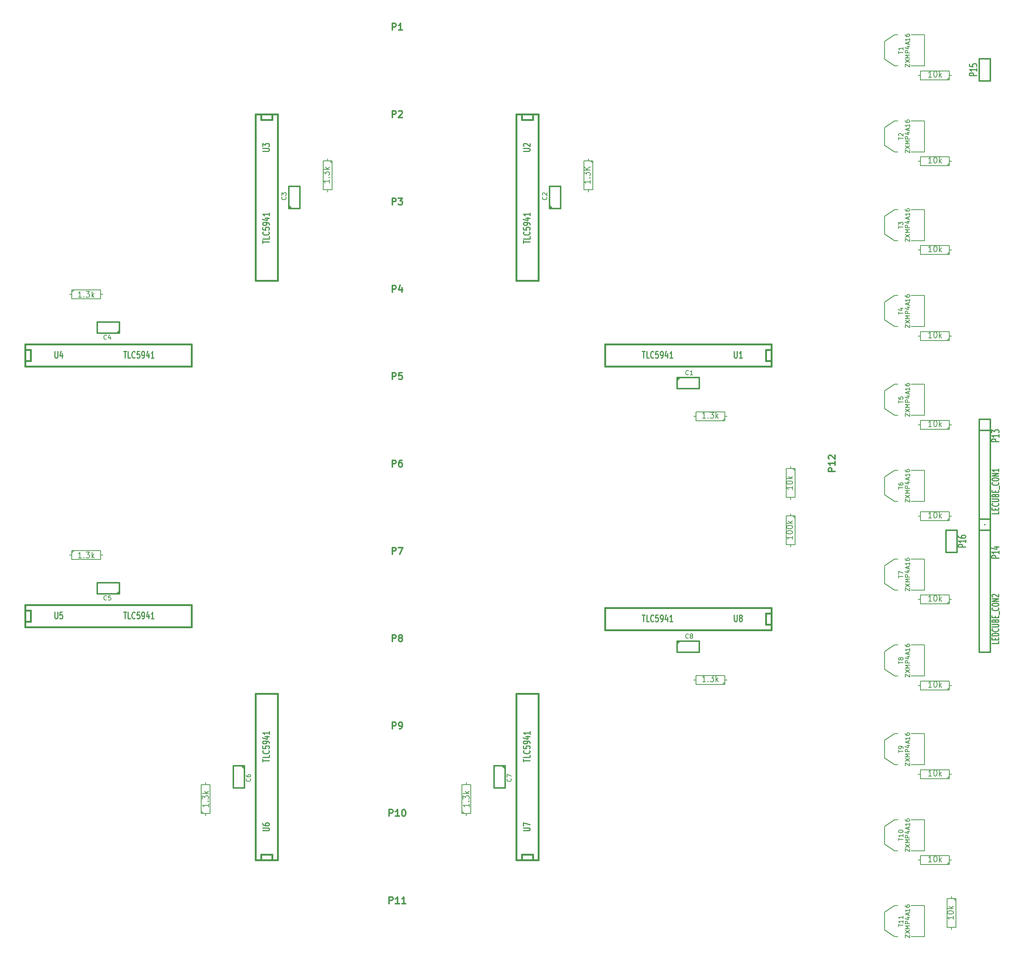
<source format=gto>
G04 (created by PCBNEW-RS274X (2012-jan-04)-stable) date 2012-05-03T20:25:45 CEST*
G01*
G70*
G90*
%MOIN*%
G04 Gerber Fmt 3.4, Leading zero omitted, Abs format*
%FSLAX34Y34*%
G04 APERTURE LIST*
%ADD10C,0.006000*%
%ADD11C,0.012000*%
%ADD12C,0.008000*%
%ADD13C,0.015000*%
%ADD14C,0.010700*%
%ADD15C,0.010000*%
%ADD16C,0.011300*%
G04 APERTURE END LIST*
G54D10*
G54D11*
X112000Y-54000D02*
X111000Y-54000D01*
X111000Y-54000D02*
X111000Y-45000D01*
X111000Y-45000D02*
X112000Y-45000D01*
X112000Y-54000D02*
X112000Y-45000D01*
X112000Y-46000D02*
X111000Y-46000D01*
X112000Y-14500D02*
X111000Y-14500D01*
X111000Y-14500D02*
X111000Y-12500D01*
X111000Y-12500D02*
X112000Y-12500D01*
X112000Y-12500D02*
X112000Y-14500D01*
X111000Y-54000D02*
X111000Y-54000D01*
X111000Y-54000D02*
X112000Y-54000D01*
X112000Y-54000D02*
X112000Y-64000D01*
X111000Y-64000D02*
X111000Y-54000D01*
X111000Y-55000D02*
X112000Y-55000D01*
X112000Y-64000D02*
X112000Y-65750D01*
X112000Y-65750D02*
X112000Y-66000D01*
X112000Y-66000D02*
X111000Y-66000D01*
X111000Y-66000D02*
X111000Y-64000D01*
X111500Y-54500D02*
X111500Y-54500D01*
X111500Y-54500D02*
X111500Y-54500D01*
G54D12*
X108500Y-45500D02*
X108300Y-45500D01*
X105500Y-45500D02*
X105700Y-45500D01*
X105700Y-45500D02*
X105700Y-45900D01*
X105700Y-45900D02*
X108300Y-45900D01*
X108300Y-45900D02*
X108300Y-45100D01*
X108300Y-45100D02*
X105700Y-45100D01*
X105700Y-45100D02*
X105700Y-45500D01*
X108300Y-45700D02*
X108100Y-45900D01*
X108500Y-53750D02*
X108300Y-53750D01*
X105500Y-53750D02*
X105700Y-53750D01*
X105700Y-53750D02*
X105700Y-54150D01*
X105700Y-54150D02*
X108300Y-54150D01*
X108300Y-54150D02*
X108300Y-53350D01*
X108300Y-53350D02*
X105700Y-53350D01*
X105700Y-53350D02*
X105700Y-53750D01*
X108300Y-53950D02*
X108100Y-54150D01*
X108500Y-29750D02*
X108300Y-29750D01*
X105500Y-29750D02*
X105700Y-29750D01*
X105700Y-29750D02*
X105700Y-30150D01*
X105700Y-30150D02*
X108300Y-30150D01*
X108300Y-30150D02*
X108300Y-29350D01*
X108300Y-29350D02*
X105700Y-29350D01*
X105700Y-29350D02*
X105700Y-29750D01*
X108300Y-29950D02*
X108100Y-30150D01*
X108500Y-37500D02*
X108300Y-37500D01*
X105500Y-37500D02*
X105700Y-37500D01*
X105700Y-37500D02*
X105700Y-37900D01*
X105700Y-37900D02*
X108300Y-37900D01*
X108300Y-37900D02*
X108300Y-37100D01*
X108300Y-37100D02*
X105700Y-37100D01*
X105700Y-37100D02*
X105700Y-37500D01*
X108300Y-37700D02*
X108100Y-37900D01*
X108500Y-14000D02*
X108300Y-14000D01*
X105500Y-14000D02*
X105700Y-14000D01*
X105700Y-14000D02*
X105700Y-14400D01*
X105700Y-14400D02*
X108300Y-14400D01*
X108300Y-14400D02*
X108300Y-13600D01*
X108300Y-13600D02*
X105700Y-13600D01*
X105700Y-13600D02*
X105700Y-14000D01*
X108300Y-14200D02*
X108100Y-14400D01*
X108500Y-61250D02*
X108300Y-61250D01*
X105500Y-61250D02*
X105700Y-61250D01*
X105700Y-61250D02*
X105700Y-61650D01*
X105700Y-61650D02*
X108300Y-61650D01*
X108300Y-61650D02*
X108300Y-60850D01*
X108300Y-60850D02*
X105700Y-60850D01*
X105700Y-60850D02*
X105700Y-61250D01*
X108300Y-61450D02*
X108100Y-61650D01*
X108500Y-69000D02*
X108300Y-69000D01*
X105500Y-69000D02*
X105700Y-69000D01*
X105700Y-69000D02*
X105700Y-69400D01*
X105700Y-69400D02*
X108300Y-69400D01*
X108300Y-69400D02*
X108300Y-68600D01*
X108300Y-68600D02*
X105700Y-68600D01*
X105700Y-68600D02*
X105700Y-69000D01*
X108300Y-69200D02*
X108100Y-69400D01*
X108500Y-77000D02*
X108300Y-77000D01*
X105500Y-77000D02*
X105700Y-77000D01*
X105700Y-77000D02*
X105700Y-77400D01*
X105700Y-77400D02*
X108300Y-77400D01*
X108300Y-77400D02*
X108300Y-76600D01*
X108300Y-76600D02*
X105700Y-76600D01*
X105700Y-76600D02*
X105700Y-77000D01*
X108300Y-77200D02*
X108100Y-77400D01*
X108500Y-84750D02*
X108300Y-84750D01*
X105500Y-84750D02*
X105700Y-84750D01*
X105700Y-84750D02*
X105700Y-85150D01*
X105700Y-85150D02*
X108300Y-85150D01*
X108300Y-85150D02*
X108300Y-84350D01*
X108300Y-84350D02*
X105700Y-84350D01*
X105700Y-84350D02*
X105700Y-84750D01*
X108300Y-84950D02*
X108100Y-85150D01*
X108500Y-88000D02*
X108500Y-88200D01*
X108500Y-91000D02*
X108500Y-90800D01*
X108500Y-90800D02*
X108900Y-90800D01*
X108900Y-90800D02*
X108900Y-88200D01*
X108900Y-88200D02*
X108100Y-88200D01*
X108100Y-88200D02*
X108100Y-90800D01*
X108100Y-90800D02*
X108500Y-90800D01*
X108700Y-88200D02*
X108900Y-88400D01*
X108500Y-21750D02*
X108300Y-21750D01*
X105500Y-21750D02*
X105700Y-21750D01*
X105700Y-21750D02*
X105700Y-22150D01*
X105700Y-22150D02*
X108300Y-22150D01*
X108300Y-22150D02*
X108300Y-21350D01*
X108300Y-21350D02*
X105700Y-21350D01*
X105700Y-21350D02*
X105700Y-21750D01*
X108300Y-21950D02*
X108100Y-22150D01*
X88250Y-44750D02*
X88050Y-44750D01*
X85250Y-44750D02*
X85450Y-44750D01*
X85450Y-44750D02*
X85450Y-45150D01*
X85450Y-45150D02*
X88050Y-45150D01*
X88050Y-45150D02*
X88050Y-44350D01*
X88050Y-44350D02*
X85450Y-44350D01*
X85450Y-44350D02*
X85450Y-44750D01*
X88050Y-44950D02*
X87850Y-45150D01*
X75750Y-21500D02*
X75750Y-21700D01*
X75750Y-24500D02*
X75750Y-24300D01*
X75750Y-24300D02*
X76150Y-24300D01*
X76150Y-24300D02*
X76150Y-21700D01*
X76150Y-21700D02*
X75350Y-21700D01*
X75350Y-21700D02*
X75350Y-24300D01*
X75350Y-24300D02*
X75750Y-24300D01*
X75950Y-21700D02*
X76150Y-21900D01*
X52250Y-21500D02*
X52250Y-21700D01*
X52250Y-24500D02*
X52250Y-24300D01*
X52250Y-24300D02*
X52650Y-24300D01*
X52650Y-24300D02*
X52650Y-21700D01*
X52650Y-21700D02*
X51850Y-21700D01*
X51850Y-21700D02*
X51850Y-24300D01*
X51850Y-24300D02*
X52250Y-24300D01*
X52450Y-21700D02*
X52650Y-21900D01*
X29000Y-33750D02*
X29200Y-33750D01*
X32000Y-33750D02*
X31800Y-33750D01*
X31800Y-33750D02*
X31800Y-33350D01*
X31800Y-33350D02*
X29200Y-33350D01*
X29200Y-33350D02*
X29200Y-34150D01*
X29200Y-34150D02*
X31800Y-34150D01*
X31800Y-34150D02*
X31800Y-33750D01*
X29200Y-33550D02*
X29400Y-33350D01*
X29000Y-57250D02*
X29200Y-57250D01*
X32000Y-57250D02*
X31800Y-57250D01*
X31800Y-57250D02*
X31800Y-56850D01*
X31800Y-56850D02*
X29200Y-56850D01*
X29200Y-56850D02*
X29200Y-57650D01*
X29200Y-57650D02*
X31800Y-57650D01*
X31800Y-57650D02*
X31800Y-57250D01*
X29200Y-57050D02*
X29400Y-56850D01*
X41250Y-80750D02*
X41250Y-80550D01*
X41250Y-77750D02*
X41250Y-77950D01*
X41250Y-77950D02*
X40850Y-77950D01*
X40850Y-77950D02*
X40850Y-80550D01*
X40850Y-80550D02*
X41650Y-80550D01*
X41650Y-80550D02*
X41650Y-77950D01*
X41650Y-77950D02*
X41250Y-77950D01*
X41050Y-80550D02*
X40850Y-80350D01*
X64750Y-80750D02*
X64750Y-80550D01*
X64750Y-77750D02*
X64750Y-77950D01*
X64750Y-77950D02*
X64350Y-77950D01*
X64350Y-77950D02*
X64350Y-80550D01*
X64350Y-80550D02*
X65150Y-80550D01*
X65150Y-80550D02*
X65150Y-77950D01*
X65150Y-77950D02*
X64750Y-77950D01*
X64550Y-80550D02*
X64350Y-80350D01*
X88250Y-68500D02*
X88050Y-68500D01*
X85250Y-68500D02*
X85450Y-68500D01*
X85450Y-68500D02*
X85450Y-68900D01*
X85450Y-68900D02*
X88050Y-68900D01*
X88050Y-68900D02*
X88050Y-68100D01*
X88050Y-68100D02*
X85450Y-68100D01*
X85450Y-68100D02*
X85450Y-68500D01*
X88050Y-68700D02*
X87850Y-68900D01*
X94000Y-53500D02*
X94000Y-53700D01*
X94000Y-56500D02*
X94000Y-56300D01*
X94000Y-56300D02*
X94400Y-56300D01*
X94400Y-56300D02*
X94400Y-53700D01*
X94400Y-53700D02*
X93600Y-53700D01*
X93600Y-53700D02*
X93600Y-56300D01*
X93600Y-56300D02*
X94000Y-56300D01*
X94200Y-53700D02*
X94400Y-53900D01*
X94000Y-49250D02*
X94000Y-49450D01*
X94000Y-52250D02*
X94000Y-52050D01*
X94000Y-52050D02*
X94400Y-52050D01*
X94400Y-52050D02*
X94400Y-49450D01*
X94400Y-49450D02*
X93600Y-49450D01*
X93600Y-49450D02*
X93600Y-52050D01*
X93600Y-52050D02*
X94000Y-52050D01*
X94200Y-49450D02*
X94400Y-49650D01*
G54D11*
X83770Y-41250D02*
X85750Y-41250D01*
X85750Y-41250D02*
X85750Y-42250D01*
X85750Y-42250D02*
X83750Y-42250D01*
X83750Y-42250D02*
X83750Y-41250D01*
X83750Y-41500D02*
X84000Y-41250D01*
X83770Y-65000D02*
X85750Y-65000D01*
X85750Y-65000D02*
X85750Y-66000D01*
X85750Y-66000D02*
X83750Y-66000D01*
X83750Y-66000D02*
X83750Y-65000D01*
X83750Y-65250D02*
X84000Y-65000D01*
X68250Y-76270D02*
X68250Y-78250D01*
X68250Y-78250D02*
X67250Y-78250D01*
X67250Y-78250D02*
X67250Y-76250D01*
X67250Y-76250D02*
X68250Y-76250D01*
X68000Y-76250D02*
X68250Y-76500D01*
X44750Y-76270D02*
X44750Y-78250D01*
X44750Y-78250D02*
X43750Y-78250D01*
X43750Y-78250D02*
X43750Y-76250D01*
X43750Y-76250D02*
X44750Y-76250D01*
X44500Y-76250D02*
X44750Y-76500D01*
X33480Y-60750D02*
X31500Y-60750D01*
X31500Y-60750D02*
X31500Y-59750D01*
X31500Y-59750D02*
X33500Y-59750D01*
X33500Y-59750D02*
X33500Y-60750D01*
X33500Y-60500D02*
X33250Y-60750D01*
X33480Y-37250D02*
X31500Y-37250D01*
X31500Y-37250D02*
X31500Y-36250D01*
X31500Y-36250D02*
X33500Y-36250D01*
X33500Y-36250D02*
X33500Y-37250D01*
X33500Y-37000D02*
X33250Y-37250D01*
X48750Y-25980D02*
X48750Y-24000D01*
X48750Y-24000D02*
X49750Y-24000D01*
X49750Y-24000D02*
X49750Y-26000D01*
X49750Y-26000D02*
X48750Y-26000D01*
X49000Y-26000D02*
X48750Y-25750D01*
X72250Y-25980D02*
X72250Y-24000D01*
X72250Y-24000D02*
X73250Y-24000D01*
X73250Y-24000D02*
X73250Y-26000D01*
X73250Y-26000D02*
X72250Y-26000D01*
X72500Y-26000D02*
X72250Y-25750D01*
G54D12*
X104850Y-13150D02*
X106050Y-13150D01*
X106050Y-13150D02*
X106050Y-10350D01*
X106050Y-10350D02*
X104850Y-10350D01*
X103650Y-13150D02*
X103350Y-13150D01*
X103350Y-13150D02*
X102450Y-12550D01*
X102450Y-12550D02*
X102450Y-10950D01*
X102450Y-10950D02*
X103350Y-10350D01*
X103350Y-10350D02*
X103650Y-10350D01*
X104850Y-20900D02*
X106050Y-20900D01*
X106050Y-20900D02*
X106050Y-18100D01*
X106050Y-18100D02*
X104850Y-18100D01*
X103650Y-20900D02*
X103350Y-20900D01*
X103350Y-20900D02*
X102450Y-20300D01*
X102450Y-20300D02*
X102450Y-18700D01*
X102450Y-18700D02*
X103350Y-18100D01*
X103350Y-18100D02*
X103650Y-18100D01*
X104850Y-28900D02*
X106050Y-28900D01*
X106050Y-28900D02*
X106050Y-26100D01*
X106050Y-26100D02*
X104850Y-26100D01*
X103650Y-28900D02*
X103350Y-28900D01*
X103350Y-28900D02*
X102450Y-28300D01*
X102450Y-28300D02*
X102450Y-26700D01*
X102450Y-26700D02*
X103350Y-26100D01*
X103350Y-26100D02*
X103650Y-26100D01*
X104850Y-36650D02*
X106050Y-36650D01*
X106050Y-36650D02*
X106050Y-33850D01*
X106050Y-33850D02*
X104850Y-33850D01*
X103650Y-36650D02*
X103350Y-36650D01*
X103350Y-36650D02*
X102450Y-36050D01*
X102450Y-36050D02*
X102450Y-34450D01*
X102450Y-34450D02*
X103350Y-33850D01*
X103350Y-33850D02*
X103650Y-33850D01*
X104850Y-44650D02*
X106050Y-44650D01*
X106050Y-44650D02*
X106050Y-41850D01*
X106050Y-41850D02*
X104850Y-41850D01*
X103650Y-44650D02*
X103350Y-44650D01*
X103350Y-44650D02*
X102450Y-44050D01*
X102450Y-44050D02*
X102450Y-42450D01*
X102450Y-42450D02*
X103350Y-41850D01*
X103350Y-41850D02*
X103650Y-41850D01*
X104850Y-52400D02*
X106050Y-52400D01*
X106050Y-52400D02*
X106050Y-49600D01*
X106050Y-49600D02*
X104850Y-49600D01*
X103650Y-52400D02*
X103350Y-52400D01*
X103350Y-52400D02*
X102450Y-51800D01*
X102450Y-51800D02*
X102450Y-50200D01*
X102450Y-50200D02*
X103350Y-49600D01*
X103350Y-49600D02*
X103650Y-49600D01*
X104850Y-60400D02*
X106050Y-60400D01*
X106050Y-60400D02*
X106050Y-57600D01*
X106050Y-57600D02*
X104850Y-57600D01*
X103650Y-60400D02*
X103350Y-60400D01*
X103350Y-60400D02*
X102450Y-59800D01*
X102450Y-59800D02*
X102450Y-58200D01*
X102450Y-58200D02*
X103350Y-57600D01*
X103350Y-57600D02*
X103650Y-57600D01*
X104850Y-68150D02*
X106050Y-68150D01*
X106050Y-68150D02*
X106050Y-65350D01*
X106050Y-65350D02*
X104850Y-65350D01*
X103650Y-68150D02*
X103350Y-68150D01*
X103350Y-68150D02*
X102450Y-67550D01*
X102450Y-67550D02*
X102450Y-65950D01*
X102450Y-65950D02*
X103350Y-65350D01*
X103350Y-65350D02*
X103650Y-65350D01*
X104850Y-76150D02*
X106050Y-76150D01*
X106050Y-76150D02*
X106050Y-73350D01*
X106050Y-73350D02*
X104850Y-73350D01*
X103650Y-76150D02*
X103350Y-76150D01*
X103350Y-76150D02*
X102450Y-75550D01*
X102450Y-75550D02*
X102450Y-73950D01*
X102450Y-73950D02*
X103350Y-73350D01*
X103350Y-73350D02*
X103650Y-73350D01*
X104850Y-83900D02*
X106050Y-83900D01*
X106050Y-83900D02*
X106050Y-81100D01*
X106050Y-81100D02*
X104850Y-81100D01*
X103650Y-83900D02*
X103350Y-83900D01*
X103350Y-83900D02*
X102450Y-83300D01*
X102450Y-83300D02*
X102450Y-81700D01*
X102450Y-81700D02*
X103350Y-81100D01*
X103350Y-81100D02*
X103650Y-81100D01*
X104850Y-91650D02*
X106050Y-91650D01*
X106050Y-91650D02*
X106050Y-88850D01*
X106050Y-88850D02*
X104850Y-88850D01*
X103650Y-91650D02*
X103350Y-91650D01*
X103350Y-91650D02*
X102450Y-91050D01*
X102450Y-91050D02*
X102450Y-89450D01*
X102450Y-89450D02*
X103350Y-88850D01*
X103350Y-88850D02*
X103650Y-88850D01*
G54D13*
X92250Y-40250D02*
X77250Y-40250D01*
X77250Y-40250D02*
X77250Y-38250D01*
X77250Y-38250D02*
X92250Y-38250D01*
X92250Y-38250D02*
X92250Y-40250D01*
X92250Y-39750D02*
X91750Y-39750D01*
X91750Y-39750D02*
X91750Y-38750D01*
X91750Y-38750D02*
X92250Y-38750D01*
X71250Y-17500D02*
X71250Y-32500D01*
X71250Y-32500D02*
X69250Y-32500D01*
X69250Y-32500D02*
X69250Y-17500D01*
X69250Y-17500D02*
X71250Y-17500D01*
X70750Y-17500D02*
X70750Y-18000D01*
X70750Y-18000D02*
X69750Y-18000D01*
X69750Y-18000D02*
X69750Y-17500D01*
X47750Y-17500D02*
X47750Y-32500D01*
X47750Y-32500D02*
X45750Y-32500D01*
X45750Y-32500D02*
X45750Y-17500D01*
X45750Y-17500D02*
X47750Y-17500D01*
X47250Y-17500D02*
X47250Y-18000D01*
X47250Y-18000D02*
X46250Y-18000D01*
X46250Y-18000D02*
X46250Y-17500D01*
X25000Y-38250D02*
X40000Y-38250D01*
X40000Y-38250D02*
X40000Y-40250D01*
X40000Y-40250D02*
X25000Y-40250D01*
X25000Y-40250D02*
X25000Y-38250D01*
X25000Y-38750D02*
X25500Y-38750D01*
X25500Y-38750D02*
X25500Y-39750D01*
X25500Y-39750D02*
X25000Y-39750D01*
X25000Y-61750D02*
X40000Y-61750D01*
X40000Y-61750D02*
X40000Y-63750D01*
X40000Y-63750D02*
X25000Y-63750D01*
X25000Y-63750D02*
X25000Y-61750D01*
X25000Y-62250D02*
X25500Y-62250D01*
X25500Y-62250D02*
X25500Y-63250D01*
X25500Y-63250D02*
X25000Y-63250D01*
X45750Y-84750D02*
X45750Y-69750D01*
X45750Y-69750D02*
X47750Y-69750D01*
X47750Y-69750D02*
X47750Y-84750D01*
X47750Y-84750D02*
X45750Y-84750D01*
X46250Y-84750D02*
X46250Y-84250D01*
X46250Y-84250D02*
X47250Y-84250D01*
X47250Y-84250D02*
X47250Y-84750D01*
X69250Y-84750D02*
X69250Y-69750D01*
X69250Y-69750D02*
X71250Y-69750D01*
X71250Y-69750D02*
X71250Y-84750D01*
X71250Y-84750D02*
X69250Y-84750D01*
X69750Y-84750D02*
X69750Y-84250D01*
X69750Y-84250D02*
X70750Y-84250D01*
X70750Y-84250D02*
X70750Y-84750D01*
X92250Y-64000D02*
X77250Y-64000D01*
X77250Y-64000D02*
X77250Y-62000D01*
X77250Y-62000D02*
X92250Y-62000D01*
X92250Y-62000D02*
X92250Y-64000D01*
X92250Y-63500D02*
X91750Y-63500D01*
X91750Y-63500D02*
X91750Y-62500D01*
X91750Y-62500D02*
X92250Y-62500D01*
G54D11*
X108000Y-55000D02*
X109000Y-55000D01*
X109000Y-55000D02*
X109000Y-57000D01*
X109000Y-57000D02*
X108000Y-57000D01*
X108000Y-57000D02*
X108000Y-55000D01*
G54D14*
X112775Y-47020D02*
X112094Y-47020D01*
X112094Y-46857D01*
X112127Y-46816D01*
X112159Y-46796D01*
X112224Y-46776D01*
X112321Y-46776D01*
X112386Y-46796D01*
X112418Y-46816D01*
X112451Y-46857D01*
X112451Y-47020D01*
X112775Y-46368D02*
X112775Y-46612D01*
X112775Y-46490D02*
X112094Y-46490D01*
X112191Y-46531D01*
X112256Y-46572D01*
X112289Y-46612D01*
X112094Y-46225D02*
X112094Y-45960D01*
X112354Y-46103D01*
X112354Y-46041D01*
X112386Y-46001D01*
X112418Y-45980D01*
X112483Y-45960D01*
X112645Y-45960D01*
X112710Y-45980D01*
X112743Y-46001D01*
X112775Y-46041D01*
X112775Y-46164D01*
X112743Y-46204D01*
X112710Y-46225D01*
G54D15*
X112743Y-53309D02*
X112743Y-53500D01*
X112143Y-53500D01*
X112429Y-53176D02*
X112429Y-53042D01*
X112743Y-52985D02*
X112743Y-53176D01*
X112143Y-53176D01*
X112143Y-52985D01*
X112686Y-52585D02*
X112714Y-52604D01*
X112743Y-52661D01*
X112743Y-52699D01*
X112714Y-52757D01*
X112657Y-52795D01*
X112600Y-52814D01*
X112486Y-52833D01*
X112400Y-52833D01*
X112286Y-52814D01*
X112229Y-52795D01*
X112171Y-52757D01*
X112143Y-52699D01*
X112143Y-52661D01*
X112171Y-52604D01*
X112200Y-52585D01*
X112143Y-52414D02*
X112629Y-52414D01*
X112686Y-52395D01*
X112714Y-52376D01*
X112743Y-52338D01*
X112743Y-52261D01*
X112714Y-52223D01*
X112686Y-52204D01*
X112629Y-52185D01*
X112143Y-52185D01*
X112429Y-51861D02*
X112457Y-51804D01*
X112486Y-51785D01*
X112543Y-51766D01*
X112629Y-51766D01*
X112686Y-51785D01*
X112714Y-51804D01*
X112743Y-51842D01*
X112743Y-51995D01*
X112143Y-51995D01*
X112143Y-51861D01*
X112171Y-51823D01*
X112200Y-51804D01*
X112257Y-51785D01*
X112314Y-51785D01*
X112371Y-51804D01*
X112400Y-51823D01*
X112429Y-51861D01*
X112429Y-51995D01*
X112429Y-51595D02*
X112429Y-51461D01*
X112743Y-51404D02*
X112743Y-51595D01*
X112143Y-51595D01*
X112143Y-51404D01*
X112800Y-51328D02*
X112800Y-51023D01*
X112686Y-50699D02*
X112714Y-50718D01*
X112743Y-50775D01*
X112743Y-50813D01*
X112714Y-50871D01*
X112657Y-50909D01*
X112600Y-50928D01*
X112486Y-50947D01*
X112400Y-50947D01*
X112286Y-50928D01*
X112229Y-50909D01*
X112171Y-50871D01*
X112143Y-50813D01*
X112143Y-50775D01*
X112171Y-50718D01*
X112200Y-50699D01*
X112143Y-50452D02*
X112143Y-50375D01*
X112171Y-50337D01*
X112229Y-50299D01*
X112343Y-50280D01*
X112543Y-50280D01*
X112657Y-50299D01*
X112714Y-50337D01*
X112743Y-50375D01*
X112743Y-50452D01*
X112714Y-50490D01*
X112657Y-50528D01*
X112543Y-50547D01*
X112343Y-50547D01*
X112229Y-50528D01*
X112171Y-50490D01*
X112143Y-50452D01*
X112743Y-50109D02*
X112143Y-50109D01*
X112743Y-49880D01*
X112143Y-49880D01*
X112743Y-49480D02*
X112743Y-49709D01*
X112743Y-49595D02*
X112143Y-49595D01*
X112229Y-49633D01*
X112286Y-49671D01*
X112314Y-49709D01*
G54D14*
X110775Y-14020D02*
X110094Y-14020D01*
X110094Y-13857D01*
X110127Y-13816D01*
X110159Y-13796D01*
X110224Y-13776D01*
X110321Y-13776D01*
X110386Y-13796D01*
X110418Y-13816D01*
X110451Y-13857D01*
X110451Y-14020D01*
X110775Y-13368D02*
X110775Y-13612D01*
X110775Y-13490D02*
X110094Y-13490D01*
X110191Y-13531D01*
X110256Y-13572D01*
X110289Y-13612D01*
X110094Y-12980D02*
X110094Y-13184D01*
X110418Y-13204D01*
X110386Y-13184D01*
X110354Y-13143D01*
X110354Y-13041D01*
X110386Y-13001D01*
X110418Y-12980D01*
X110483Y-12960D01*
X110645Y-12960D01*
X110710Y-12980D01*
X110743Y-13001D01*
X110775Y-13041D01*
X110775Y-13143D01*
X110743Y-13184D01*
X110710Y-13204D01*
X112775Y-57520D02*
X112094Y-57520D01*
X112094Y-57357D01*
X112127Y-57316D01*
X112159Y-57296D01*
X112224Y-57276D01*
X112321Y-57276D01*
X112386Y-57296D01*
X112418Y-57316D01*
X112451Y-57357D01*
X112451Y-57520D01*
X112775Y-56868D02*
X112775Y-57112D01*
X112775Y-56990D02*
X112094Y-56990D01*
X112191Y-57031D01*
X112256Y-57072D01*
X112289Y-57112D01*
X112321Y-56501D02*
X112775Y-56501D01*
X112062Y-56603D02*
X112548Y-56704D01*
X112548Y-56440D01*
G54D15*
X112743Y-65009D02*
X112743Y-65200D01*
X112143Y-65200D01*
X112429Y-64876D02*
X112429Y-64742D01*
X112743Y-64685D02*
X112743Y-64876D01*
X112143Y-64876D01*
X112143Y-64685D01*
X112743Y-64514D02*
X112143Y-64514D01*
X112143Y-64419D01*
X112171Y-64361D01*
X112229Y-64323D01*
X112286Y-64304D01*
X112400Y-64285D01*
X112486Y-64285D01*
X112600Y-64304D01*
X112657Y-64323D01*
X112714Y-64361D01*
X112743Y-64419D01*
X112743Y-64514D01*
X112686Y-63885D02*
X112714Y-63904D01*
X112743Y-63961D01*
X112743Y-63999D01*
X112714Y-64057D01*
X112657Y-64095D01*
X112600Y-64114D01*
X112486Y-64133D01*
X112400Y-64133D01*
X112286Y-64114D01*
X112229Y-64095D01*
X112171Y-64057D01*
X112143Y-63999D01*
X112143Y-63961D01*
X112171Y-63904D01*
X112200Y-63885D01*
X112143Y-63714D02*
X112629Y-63714D01*
X112686Y-63695D01*
X112714Y-63676D01*
X112743Y-63638D01*
X112743Y-63561D01*
X112714Y-63523D01*
X112686Y-63504D01*
X112629Y-63485D01*
X112143Y-63485D01*
X112429Y-63161D02*
X112457Y-63104D01*
X112486Y-63085D01*
X112543Y-63066D01*
X112629Y-63066D01*
X112686Y-63085D01*
X112714Y-63104D01*
X112743Y-63142D01*
X112743Y-63295D01*
X112143Y-63295D01*
X112143Y-63161D01*
X112171Y-63123D01*
X112200Y-63104D01*
X112257Y-63085D01*
X112314Y-63085D01*
X112371Y-63104D01*
X112400Y-63123D01*
X112429Y-63161D01*
X112429Y-63295D01*
X112429Y-62895D02*
X112429Y-62761D01*
X112743Y-62704D02*
X112743Y-62895D01*
X112143Y-62895D01*
X112143Y-62704D01*
X112800Y-62628D02*
X112800Y-62323D01*
X112686Y-61999D02*
X112714Y-62018D01*
X112743Y-62075D01*
X112743Y-62113D01*
X112714Y-62171D01*
X112657Y-62209D01*
X112600Y-62228D01*
X112486Y-62247D01*
X112400Y-62247D01*
X112286Y-62228D01*
X112229Y-62209D01*
X112171Y-62171D01*
X112143Y-62113D01*
X112143Y-62075D01*
X112171Y-62018D01*
X112200Y-61999D01*
X112143Y-61752D02*
X112143Y-61675D01*
X112171Y-61637D01*
X112229Y-61599D01*
X112343Y-61580D01*
X112543Y-61580D01*
X112657Y-61599D01*
X112714Y-61637D01*
X112743Y-61675D01*
X112743Y-61752D01*
X112714Y-61790D01*
X112657Y-61828D01*
X112543Y-61847D01*
X112343Y-61847D01*
X112229Y-61828D01*
X112171Y-61790D01*
X112143Y-61752D01*
X112743Y-61409D02*
X112143Y-61409D01*
X112743Y-61180D01*
X112143Y-61180D01*
X112200Y-61009D02*
X112171Y-60990D01*
X112143Y-60952D01*
X112143Y-60856D01*
X112171Y-60818D01*
X112200Y-60799D01*
X112257Y-60780D01*
X112314Y-60780D01*
X112400Y-60799D01*
X112743Y-61028D01*
X112743Y-60780D01*
G54D12*
X106703Y-45673D02*
X106417Y-45673D01*
X106560Y-45673D02*
X106560Y-45123D01*
X106512Y-45201D01*
X106465Y-45254D01*
X106417Y-45280D01*
X107012Y-45123D02*
X107060Y-45123D01*
X107108Y-45149D01*
X107131Y-45175D01*
X107155Y-45227D01*
X107179Y-45332D01*
X107179Y-45463D01*
X107155Y-45568D01*
X107131Y-45620D01*
X107108Y-45646D01*
X107060Y-45673D01*
X107012Y-45673D01*
X106965Y-45646D01*
X106941Y-45620D01*
X106917Y-45568D01*
X106893Y-45463D01*
X106893Y-45332D01*
X106917Y-45227D01*
X106941Y-45175D01*
X106965Y-45149D01*
X107012Y-45123D01*
X107393Y-45673D02*
X107393Y-45123D01*
X107441Y-45463D02*
X107584Y-45673D01*
X107584Y-45306D02*
X107393Y-45515D01*
X106703Y-53923D02*
X106417Y-53923D01*
X106560Y-53923D02*
X106560Y-53373D01*
X106512Y-53451D01*
X106465Y-53504D01*
X106417Y-53530D01*
X107012Y-53373D02*
X107060Y-53373D01*
X107108Y-53399D01*
X107131Y-53425D01*
X107155Y-53477D01*
X107179Y-53582D01*
X107179Y-53713D01*
X107155Y-53818D01*
X107131Y-53870D01*
X107108Y-53896D01*
X107060Y-53923D01*
X107012Y-53923D01*
X106965Y-53896D01*
X106941Y-53870D01*
X106917Y-53818D01*
X106893Y-53713D01*
X106893Y-53582D01*
X106917Y-53477D01*
X106941Y-53425D01*
X106965Y-53399D01*
X107012Y-53373D01*
X107393Y-53923D02*
X107393Y-53373D01*
X107441Y-53713D02*
X107584Y-53923D01*
X107584Y-53556D02*
X107393Y-53765D01*
X106703Y-29923D02*
X106417Y-29923D01*
X106560Y-29923D02*
X106560Y-29373D01*
X106512Y-29451D01*
X106465Y-29504D01*
X106417Y-29530D01*
X107012Y-29373D02*
X107060Y-29373D01*
X107108Y-29399D01*
X107131Y-29425D01*
X107155Y-29477D01*
X107179Y-29582D01*
X107179Y-29713D01*
X107155Y-29818D01*
X107131Y-29870D01*
X107108Y-29896D01*
X107060Y-29923D01*
X107012Y-29923D01*
X106965Y-29896D01*
X106941Y-29870D01*
X106917Y-29818D01*
X106893Y-29713D01*
X106893Y-29582D01*
X106917Y-29477D01*
X106941Y-29425D01*
X106965Y-29399D01*
X107012Y-29373D01*
X107393Y-29923D02*
X107393Y-29373D01*
X107441Y-29713D02*
X107584Y-29923D01*
X107584Y-29556D02*
X107393Y-29765D01*
X106703Y-37673D02*
X106417Y-37673D01*
X106560Y-37673D02*
X106560Y-37123D01*
X106512Y-37201D01*
X106465Y-37254D01*
X106417Y-37280D01*
X107012Y-37123D02*
X107060Y-37123D01*
X107108Y-37149D01*
X107131Y-37175D01*
X107155Y-37227D01*
X107179Y-37332D01*
X107179Y-37463D01*
X107155Y-37568D01*
X107131Y-37620D01*
X107108Y-37646D01*
X107060Y-37673D01*
X107012Y-37673D01*
X106965Y-37646D01*
X106941Y-37620D01*
X106917Y-37568D01*
X106893Y-37463D01*
X106893Y-37332D01*
X106917Y-37227D01*
X106941Y-37175D01*
X106965Y-37149D01*
X107012Y-37123D01*
X107393Y-37673D02*
X107393Y-37123D01*
X107441Y-37463D02*
X107584Y-37673D01*
X107584Y-37306D02*
X107393Y-37515D01*
X106703Y-14173D02*
X106417Y-14173D01*
X106560Y-14173D02*
X106560Y-13623D01*
X106512Y-13701D01*
X106465Y-13754D01*
X106417Y-13780D01*
X107012Y-13623D02*
X107060Y-13623D01*
X107108Y-13649D01*
X107131Y-13675D01*
X107155Y-13727D01*
X107179Y-13832D01*
X107179Y-13963D01*
X107155Y-14068D01*
X107131Y-14120D01*
X107108Y-14146D01*
X107060Y-14173D01*
X107012Y-14173D01*
X106965Y-14146D01*
X106941Y-14120D01*
X106917Y-14068D01*
X106893Y-13963D01*
X106893Y-13832D01*
X106917Y-13727D01*
X106941Y-13675D01*
X106965Y-13649D01*
X107012Y-13623D01*
X107393Y-14173D02*
X107393Y-13623D01*
X107441Y-13963D02*
X107584Y-14173D01*
X107584Y-13806D02*
X107393Y-14015D01*
X106703Y-61423D02*
X106417Y-61423D01*
X106560Y-61423D02*
X106560Y-60873D01*
X106512Y-60951D01*
X106465Y-61004D01*
X106417Y-61030D01*
X107012Y-60873D02*
X107060Y-60873D01*
X107108Y-60899D01*
X107131Y-60925D01*
X107155Y-60977D01*
X107179Y-61082D01*
X107179Y-61213D01*
X107155Y-61318D01*
X107131Y-61370D01*
X107108Y-61396D01*
X107060Y-61423D01*
X107012Y-61423D01*
X106965Y-61396D01*
X106941Y-61370D01*
X106917Y-61318D01*
X106893Y-61213D01*
X106893Y-61082D01*
X106917Y-60977D01*
X106941Y-60925D01*
X106965Y-60899D01*
X107012Y-60873D01*
X107393Y-61423D02*
X107393Y-60873D01*
X107441Y-61213D02*
X107584Y-61423D01*
X107584Y-61056D02*
X107393Y-61265D01*
X106703Y-69173D02*
X106417Y-69173D01*
X106560Y-69173D02*
X106560Y-68623D01*
X106512Y-68701D01*
X106465Y-68754D01*
X106417Y-68780D01*
X107012Y-68623D02*
X107060Y-68623D01*
X107108Y-68649D01*
X107131Y-68675D01*
X107155Y-68727D01*
X107179Y-68832D01*
X107179Y-68963D01*
X107155Y-69068D01*
X107131Y-69120D01*
X107108Y-69146D01*
X107060Y-69173D01*
X107012Y-69173D01*
X106965Y-69146D01*
X106941Y-69120D01*
X106917Y-69068D01*
X106893Y-68963D01*
X106893Y-68832D01*
X106917Y-68727D01*
X106941Y-68675D01*
X106965Y-68649D01*
X107012Y-68623D01*
X107393Y-69173D02*
X107393Y-68623D01*
X107441Y-68963D02*
X107584Y-69173D01*
X107584Y-68806D02*
X107393Y-69015D01*
X106703Y-77173D02*
X106417Y-77173D01*
X106560Y-77173D02*
X106560Y-76623D01*
X106512Y-76701D01*
X106465Y-76754D01*
X106417Y-76780D01*
X107012Y-76623D02*
X107060Y-76623D01*
X107108Y-76649D01*
X107131Y-76675D01*
X107155Y-76727D01*
X107179Y-76832D01*
X107179Y-76963D01*
X107155Y-77068D01*
X107131Y-77120D01*
X107108Y-77146D01*
X107060Y-77173D01*
X107012Y-77173D01*
X106965Y-77146D01*
X106941Y-77120D01*
X106917Y-77068D01*
X106893Y-76963D01*
X106893Y-76832D01*
X106917Y-76727D01*
X106941Y-76675D01*
X106965Y-76649D01*
X107012Y-76623D01*
X107393Y-77173D02*
X107393Y-76623D01*
X107441Y-76963D02*
X107584Y-77173D01*
X107584Y-76806D02*
X107393Y-77015D01*
X106703Y-84923D02*
X106417Y-84923D01*
X106560Y-84923D02*
X106560Y-84373D01*
X106512Y-84451D01*
X106465Y-84504D01*
X106417Y-84530D01*
X107012Y-84373D02*
X107060Y-84373D01*
X107108Y-84399D01*
X107131Y-84425D01*
X107155Y-84477D01*
X107179Y-84582D01*
X107179Y-84713D01*
X107155Y-84818D01*
X107131Y-84870D01*
X107108Y-84896D01*
X107060Y-84923D01*
X107012Y-84923D01*
X106965Y-84896D01*
X106941Y-84870D01*
X106917Y-84818D01*
X106893Y-84713D01*
X106893Y-84582D01*
X106917Y-84477D01*
X106941Y-84425D01*
X106965Y-84399D01*
X107012Y-84373D01*
X107393Y-84923D02*
X107393Y-84373D01*
X107441Y-84713D02*
X107584Y-84923D01*
X107584Y-84556D02*
X107393Y-84765D01*
X108673Y-89797D02*
X108673Y-90083D01*
X108673Y-89940D02*
X108123Y-89940D01*
X108201Y-89988D01*
X108254Y-90035D01*
X108280Y-90083D01*
X108123Y-89488D02*
X108123Y-89440D01*
X108149Y-89392D01*
X108175Y-89369D01*
X108227Y-89345D01*
X108332Y-89321D01*
X108463Y-89321D01*
X108568Y-89345D01*
X108620Y-89369D01*
X108646Y-89392D01*
X108673Y-89440D01*
X108673Y-89488D01*
X108646Y-89535D01*
X108620Y-89559D01*
X108568Y-89583D01*
X108463Y-89607D01*
X108332Y-89607D01*
X108227Y-89583D01*
X108175Y-89559D01*
X108149Y-89535D01*
X108123Y-89488D01*
X108673Y-89107D02*
X108123Y-89107D01*
X108463Y-89059D02*
X108673Y-88916D01*
X108306Y-88916D02*
X108515Y-89107D01*
X106703Y-21923D02*
X106417Y-21923D01*
X106560Y-21923D02*
X106560Y-21373D01*
X106512Y-21451D01*
X106465Y-21504D01*
X106417Y-21530D01*
X107012Y-21373D02*
X107060Y-21373D01*
X107108Y-21399D01*
X107131Y-21425D01*
X107155Y-21477D01*
X107179Y-21582D01*
X107179Y-21713D01*
X107155Y-21818D01*
X107131Y-21870D01*
X107108Y-21896D01*
X107060Y-21923D01*
X107012Y-21923D01*
X106965Y-21896D01*
X106941Y-21870D01*
X106917Y-21818D01*
X106893Y-21713D01*
X106893Y-21582D01*
X106917Y-21477D01*
X106941Y-21425D01*
X106965Y-21399D01*
X107012Y-21373D01*
X107393Y-21923D02*
X107393Y-21373D01*
X107441Y-21713D02*
X107584Y-21923D01*
X107584Y-21556D02*
X107393Y-21765D01*
X86334Y-44923D02*
X86048Y-44923D01*
X86191Y-44923D02*
X86191Y-44373D01*
X86143Y-44451D01*
X86096Y-44504D01*
X86048Y-44530D01*
X86548Y-44870D02*
X86572Y-44896D01*
X86548Y-44923D01*
X86524Y-44896D01*
X86548Y-44870D01*
X86548Y-44923D01*
X86738Y-44373D02*
X87048Y-44373D01*
X86881Y-44582D01*
X86953Y-44582D01*
X87000Y-44608D01*
X87024Y-44635D01*
X87048Y-44687D01*
X87048Y-44818D01*
X87024Y-44870D01*
X87000Y-44896D01*
X86953Y-44923D01*
X86810Y-44923D01*
X86762Y-44896D01*
X86738Y-44870D01*
X87262Y-44923D02*
X87262Y-44373D01*
X87310Y-44713D02*
X87453Y-44923D01*
X87453Y-44556D02*
X87262Y-44765D01*
X75923Y-23464D02*
X75923Y-23750D01*
X75923Y-23607D02*
X75373Y-23607D01*
X75451Y-23655D01*
X75504Y-23702D01*
X75530Y-23750D01*
X75870Y-23250D02*
X75896Y-23226D01*
X75923Y-23250D01*
X75896Y-23274D01*
X75870Y-23250D01*
X75923Y-23250D01*
X75373Y-23060D02*
X75373Y-22750D01*
X75582Y-22917D01*
X75582Y-22845D01*
X75608Y-22798D01*
X75635Y-22774D01*
X75687Y-22750D01*
X75818Y-22750D01*
X75870Y-22774D01*
X75896Y-22798D01*
X75923Y-22845D01*
X75923Y-22988D01*
X75896Y-23036D01*
X75870Y-23060D01*
X75923Y-22536D02*
X75373Y-22536D01*
X75923Y-22250D02*
X75608Y-22465D01*
X75373Y-22250D02*
X75687Y-22536D01*
X52423Y-23416D02*
X52423Y-23702D01*
X52423Y-23559D02*
X51873Y-23559D01*
X51951Y-23607D01*
X52004Y-23654D01*
X52030Y-23702D01*
X52370Y-23202D02*
X52396Y-23178D01*
X52423Y-23202D01*
X52396Y-23226D01*
X52370Y-23202D01*
X52423Y-23202D01*
X51873Y-23012D02*
X51873Y-22702D01*
X52082Y-22869D01*
X52082Y-22797D01*
X52108Y-22750D01*
X52135Y-22726D01*
X52187Y-22702D01*
X52318Y-22702D01*
X52370Y-22726D01*
X52396Y-22750D01*
X52423Y-22797D01*
X52423Y-22940D01*
X52396Y-22988D01*
X52370Y-23012D01*
X52423Y-22488D02*
X51873Y-22488D01*
X52213Y-22440D02*
X52423Y-22297D01*
X52056Y-22297D02*
X52265Y-22488D01*
X30084Y-34023D02*
X29798Y-34023D01*
X29941Y-34023D02*
X29941Y-33473D01*
X29893Y-33551D01*
X29846Y-33604D01*
X29798Y-33630D01*
X30298Y-33970D02*
X30322Y-33996D01*
X30298Y-34023D01*
X30274Y-33996D01*
X30298Y-33970D01*
X30298Y-34023D01*
X30488Y-33473D02*
X30798Y-33473D01*
X30631Y-33682D01*
X30703Y-33682D01*
X30750Y-33708D01*
X30774Y-33735D01*
X30798Y-33787D01*
X30798Y-33918D01*
X30774Y-33970D01*
X30750Y-33996D01*
X30703Y-34023D01*
X30560Y-34023D01*
X30512Y-33996D01*
X30488Y-33970D01*
X31012Y-34023D02*
X31012Y-33473D01*
X31060Y-33813D02*
X31203Y-34023D01*
X31203Y-33656D02*
X31012Y-33865D01*
X30084Y-57523D02*
X29798Y-57523D01*
X29941Y-57523D02*
X29941Y-56973D01*
X29893Y-57051D01*
X29846Y-57104D01*
X29798Y-57130D01*
X30298Y-57470D02*
X30322Y-57496D01*
X30298Y-57523D01*
X30274Y-57496D01*
X30298Y-57470D01*
X30298Y-57523D01*
X30488Y-56973D02*
X30798Y-56973D01*
X30631Y-57182D01*
X30703Y-57182D01*
X30750Y-57208D01*
X30774Y-57235D01*
X30798Y-57287D01*
X30798Y-57418D01*
X30774Y-57470D01*
X30750Y-57496D01*
X30703Y-57523D01*
X30560Y-57523D01*
X30512Y-57496D01*
X30488Y-57470D01*
X31012Y-57523D02*
X31012Y-56973D01*
X31060Y-57313D02*
X31203Y-57523D01*
X31203Y-57156D02*
X31012Y-57365D01*
X41523Y-79666D02*
X41523Y-79952D01*
X41523Y-79809D02*
X40973Y-79809D01*
X41051Y-79857D01*
X41104Y-79904D01*
X41130Y-79952D01*
X41470Y-79452D02*
X41496Y-79428D01*
X41523Y-79452D01*
X41496Y-79476D01*
X41470Y-79452D01*
X41523Y-79452D01*
X40973Y-79262D02*
X40973Y-78952D01*
X41182Y-79119D01*
X41182Y-79047D01*
X41208Y-79000D01*
X41235Y-78976D01*
X41287Y-78952D01*
X41418Y-78952D01*
X41470Y-78976D01*
X41496Y-79000D01*
X41523Y-79047D01*
X41523Y-79190D01*
X41496Y-79238D01*
X41470Y-79262D01*
X41523Y-78738D02*
X40973Y-78738D01*
X41313Y-78690D02*
X41523Y-78547D01*
X41156Y-78547D02*
X41365Y-78738D01*
X65023Y-79666D02*
X65023Y-79952D01*
X65023Y-79809D02*
X64473Y-79809D01*
X64551Y-79857D01*
X64604Y-79904D01*
X64630Y-79952D01*
X64970Y-79452D02*
X64996Y-79428D01*
X65023Y-79452D01*
X64996Y-79476D01*
X64970Y-79452D01*
X65023Y-79452D01*
X64473Y-79262D02*
X64473Y-78952D01*
X64682Y-79119D01*
X64682Y-79047D01*
X64708Y-79000D01*
X64735Y-78976D01*
X64787Y-78952D01*
X64918Y-78952D01*
X64970Y-78976D01*
X64996Y-79000D01*
X65023Y-79047D01*
X65023Y-79190D01*
X64996Y-79238D01*
X64970Y-79262D01*
X65023Y-78738D02*
X64473Y-78738D01*
X64813Y-78690D02*
X65023Y-78547D01*
X64656Y-78547D02*
X64865Y-78738D01*
X86334Y-68673D02*
X86048Y-68673D01*
X86191Y-68673D02*
X86191Y-68123D01*
X86143Y-68201D01*
X86096Y-68254D01*
X86048Y-68280D01*
X86548Y-68620D02*
X86572Y-68646D01*
X86548Y-68673D01*
X86524Y-68646D01*
X86548Y-68620D01*
X86548Y-68673D01*
X86738Y-68123D02*
X87048Y-68123D01*
X86881Y-68332D01*
X86953Y-68332D01*
X87000Y-68358D01*
X87024Y-68385D01*
X87048Y-68437D01*
X87048Y-68568D01*
X87024Y-68620D01*
X87000Y-68646D01*
X86953Y-68673D01*
X86810Y-68673D01*
X86762Y-68646D01*
X86738Y-68620D01*
X87262Y-68673D02*
X87262Y-68123D01*
X87310Y-68463D02*
X87453Y-68673D01*
X87453Y-68306D02*
X87262Y-68515D01*
X94173Y-55535D02*
X94173Y-55821D01*
X94173Y-55678D02*
X93623Y-55678D01*
X93701Y-55726D01*
X93754Y-55773D01*
X93780Y-55821D01*
X93623Y-55226D02*
X93623Y-55178D01*
X93649Y-55130D01*
X93675Y-55107D01*
X93727Y-55083D01*
X93832Y-55059D01*
X93963Y-55059D01*
X94068Y-55083D01*
X94120Y-55107D01*
X94146Y-55130D01*
X94173Y-55178D01*
X94173Y-55226D01*
X94146Y-55273D01*
X94120Y-55297D01*
X94068Y-55321D01*
X93963Y-55345D01*
X93832Y-55345D01*
X93727Y-55321D01*
X93675Y-55297D01*
X93649Y-55273D01*
X93623Y-55226D01*
X93623Y-54750D02*
X93623Y-54702D01*
X93649Y-54654D01*
X93675Y-54631D01*
X93727Y-54607D01*
X93832Y-54583D01*
X93963Y-54583D01*
X94068Y-54607D01*
X94120Y-54631D01*
X94146Y-54654D01*
X94173Y-54702D01*
X94173Y-54750D01*
X94146Y-54797D01*
X94120Y-54821D01*
X94068Y-54845D01*
X93963Y-54869D01*
X93832Y-54869D01*
X93727Y-54845D01*
X93675Y-54821D01*
X93649Y-54797D01*
X93623Y-54750D01*
X94173Y-54369D02*
X93623Y-54369D01*
X93963Y-54321D02*
X94173Y-54178D01*
X93806Y-54178D02*
X94015Y-54369D01*
X94173Y-51047D02*
X94173Y-51333D01*
X94173Y-51190D02*
X93623Y-51190D01*
X93701Y-51238D01*
X93754Y-51285D01*
X93780Y-51333D01*
X93623Y-50738D02*
X93623Y-50690D01*
X93649Y-50642D01*
X93675Y-50619D01*
X93727Y-50595D01*
X93832Y-50571D01*
X93963Y-50571D01*
X94068Y-50595D01*
X94120Y-50619D01*
X94146Y-50642D01*
X94173Y-50690D01*
X94173Y-50738D01*
X94146Y-50785D01*
X94120Y-50809D01*
X94068Y-50833D01*
X93963Y-50857D01*
X93832Y-50857D01*
X93727Y-50833D01*
X93675Y-50809D01*
X93649Y-50785D01*
X93623Y-50738D01*
X94173Y-50357D02*
X93623Y-50357D01*
X93963Y-50309D02*
X94173Y-50166D01*
X93806Y-50166D02*
X94015Y-50357D01*
X84784Y-40974D02*
X84765Y-40993D01*
X84708Y-41012D01*
X84670Y-41012D01*
X84612Y-40993D01*
X84574Y-40955D01*
X84555Y-40917D01*
X84536Y-40840D01*
X84536Y-40783D01*
X84555Y-40707D01*
X84574Y-40669D01*
X84612Y-40631D01*
X84670Y-40612D01*
X84708Y-40612D01*
X84765Y-40631D01*
X84784Y-40650D01*
X85165Y-41012D02*
X84936Y-41012D01*
X85050Y-41012D02*
X85050Y-40612D01*
X85012Y-40669D01*
X84974Y-40707D01*
X84936Y-40726D01*
X84784Y-64724D02*
X84765Y-64743D01*
X84708Y-64762D01*
X84670Y-64762D01*
X84612Y-64743D01*
X84574Y-64705D01*
X84555Y-64667D01*
X84536Y-64590D01*
X84536Y-64533D01*
X84555Y-64457D01*
X84574Y-64419D01*
X84612Y-64381D01*
X84670Y-64362D01*
X84708Y-64362D01*
X84765Y-64381D01*
X84784Y-64400D01*
X85012Y-64533D02*
X84974Y-64514D01*
X84955Y-64495D01*
X84936Y-64457D01*
X84936Y-64438D01*
X84955Y-64400D01*
X84974Y-64381D01*
X85012Y-64362D01*
X85089Y-64362D01*
X85127Y-64381D01*
X85146Y-64400D01*
X85165Y-64438D01*
X85165Y-64457D01*
X85146Y-64495D01*
X85127Y-64514D01*
X85089Y-64533D01*
X85012Y-64533D01*
X84974Y-64552D01*
X84955Y-64571D01*
X84936Y-64610D01*
X84936Y-64686D01*
X84955Y-64724D01*
X84974Y-64743D01*
X85012Y-64762D01*
X85089Y-64762D01*
X85127Y-64743D01*
X85146Y-64724D01*
X85165Y-64686D01*
X85165Y-64610D01*
X85146Y-64571D01*
X85127Y-64552D01*
X85089Y-64533D01*
X68774Y-77416D02*
X68793Y-77435D01*
X68812Y-77492D01*
X68812Y-77530D01*
X68793Y-77588D01*
X68755Y-77626D01*
X68717Y-77645D01*
X68640Y-77664D01*
X68583Y-77664D01*
X68507Y-77645D01*
X68469Y-77626D01*
X68431Y-77588D01*
X68412Y-77530D01*
X68412Y-77492D01*
X68431Y-77435D01*
X68450Y-77416D01*
X68412Y-77283D02*
X68412Y-77016D01*
X68812Y-77188D01*
X45274Y-77416D02*
X45293Y-77435D01*
X45312Y-77492D01*
X45312Y-77530D01*
X45293Y-77588D01*
X45255Y-77626D01*
X45217Y-77645D01*
X45140Y-77664D01*
X45083Y-77664D01*
X45007Y-77645D01*
X44969Y-77626D01*
X44931Y-77588D01*
X44912Y-77530D01*
X44912Y-77492D01*
X44931Y-77435D01*
X44950Y-77416D01*
X44912Y-77073D02*
X44912Y-77150D01*
X44931Y-77188D01*
X44950Y-77207D01*
X45007Y-77245D01*
X45083Y-77264D01*
X45236Y-77264D01*
X45274Y-77245D01*
X45293Y-77226D01*
X45312Y-77188D01*
X45312Y-77111D01*
X45293Y-77073D01*
X45274Y-77054D01*
X45236Y-77035D01*
X45140Y-77035D01*
X45102Y-77054D01*
X45083Y-77073D01*
X45064Y-77111D01*
X45064Y-77188D01*
X45083Y-77226D01*
X45102Y-77245D01*
X45140Y-77264D01*
X32334Y-61274D02*
X32315Y-61293D01*
X32258Y-61312D01*
X32220Y-61312D01*
X32162Y-61293D01*
X32124Y-61255D01*
X32105Y-61217D01*
X32086Y-61140D01*
X32086Y-61083D01*
X32105Y-61007D01*
X32124Y-60969D01*
X32162Y-60931D01*
X32220Y-60912D01*
X32258Y-60912D01*
X32315Y-60931D01*
X32334Y-60950D01*
X32696Y-60912D02*
X32505Y-60912D01*
X32486Y-61102D01*
X32505Y-61083D01*
X32543Y-61064D01*
X32639Y-61064D01*
X32677Y-61083D01*
X32696Y-61102D01*
X32715Y-61140D01*
X32715Y-61236D01*
X32696Y-61274D01*
X32677Y-61293D01*
X32639Y-61312D01*
X32543Y-61312D01*
X32505Y-61293D01*
X32486Y-61274D01*
X32334Y-37774D02*
X32315Y-37793D01*
X32258Y-37812D01*
X32220Y-37812D01*
X32162Y-37793D01*
X32124Y-37755D01*
X32105Y-37717D01*
X32086Y-37640D01*
X32086Y-37583D01*
X32105Y-37507D01*
X32124Y-37469D01*
X32162Y-37431D01*
X32220Y-37412D01*
X32258Y-37412D01*
X32315Y-37431D01*
X32334Y-37450D01*
X32677Y-37545D02*
X32677Y-37812D01*
X32581Y-37393D02*
X32486Y-37679D01*
X32734Y-37679D01*
X48474Y-24966D02*
X48493Y-24985D01*
X48512Y-25042D01*
X48512Y-25080D01*
X48493Y-25138D01*
X48455Y-25176D01*
X48417Y-25195D01*
X48340Y-25214D01*
X48283Y-25214D01*
X48207Y-25195D01*
X48169Y-25176D01*
X48131Y-25138D01*
X48112Y-25080D01*
X48112Y-25042D01*
X48131Y-24985D01*
X48150Y-24966D01*
X48112Y-24833D02*
X48112Y-24585D01*
X48264Y-24719D01*
X48264Y-24661D01*
X48283Y-24623D01*
X48302Y-24604D01*
X48340Y-24585D01*
X48436Y-24585D01*
X48474Y-24604D01*
X48493Y-24623D01*
X48512Y-24661D01*
X48512Y-24776D01*
X48493Y-24814D01*
X48474Y-24833D01*
X71974Y-24966D02*
X71993Y-24985D01*
X72012Y-25042D01*
X72012Y-25080D01*
X71993Y-25138D01*
X71955Y-25176D01*
X71917Y-25195D01*
X71840Y-25214D01*
X71783Y-25214D01*
X71707Y-25195D01*
X71669Y-25176D01*
X71631Y-25138D01*
X71612Y-25080D01*
X71612Y-25042D01*
X71631Y-24985D01*
X71650Y-24966D01*
X71650Y-24814D02*
X71631Y-24795D01*
X71612Y-24757D01*
X71612Y-24661D01*
X71631Y-24623D01*
X71650Y-24604D01*
X71688Y-24585D01*
X71726Y-24585D01*
X71783Y-24604D01*
X72012Y-24833D01*
X72012Y-24585D01*
X103712Y-12055D02*
X103712Y-11826D01*
X104112Y-11941D02*
X103712Y-11941D01*
X104112Y-11483D02*
X104112Y-11712D01*
X104112Y-11598D02*
X103712Y-11598D01*
X103769Y-11636D01*
X103807Y-11674D01*
X103826Y-11712D01*
X104312Y-13245D02*
X104312Y-12978D01*
X104712Y-13245D01*
X104712Y-12978D01*
X104312Y-12864D02*
X104712Y-12597D01*
X104312Y-12597D02*
X104712Y-12864D01*
X104712Y-12445D02*
X104312Y-12445D01*
X104598Y-12311D01*
X104312Y-12178D01*
X104712Y-12178D01*
X104712Y-11988D02*
X104312Y-11988D01*
X104312Y-11835D01*
X104331Y-11797D01*
X104350Y-11778D01*
X104388Y-11759D01*
X104445Y-11759D01*
X104483Y-11778D01*
X104502Y-11797D01*
X104521Y-11835D01*
X104521Y-11988D01*
X104445Y-11416D02*
X104712Y-11416D01*
X104293Y-11512D02*
X104579Y-11607D01*
X104579Y-11359D01*
X104598Y-11226D02*
X104598Y-11035D01*
X104712Y-11264D02*
X104312Y-11131D01*
X104712Y-10997D01*
X104712Y-10654D02*
X104712Y-10883D01*
X104712Y-10769D02*
X104312Y-10769D01*
X104369Y-10807D01*
X104407Y-10845D01*
X104426Y-10883D01*
X104312Y-10311D02*
X104312Y-10388D01*
X104331Y-10426D01*
X104350Y-10445D01*
X104407Y-10483D01*
X104483Y-10502D01*
X104636Y-10502D01*
X104674Y-10483D01*
X104693Y-10464D01*
X104712Y-10426D01*
X104712Y-10349D01*
X104693Y-10311D01*
X104674Y-10292D01*
X104636Y-10273D01*
X104540Y-10273D01*
X104502Y-10292D01*
X104483Y-10311D01*
X104464Y-10349D01*
X104464Y-10426D01*
X104483Y-10464D01*
X104502Y-10483D01*
X104540Y-10502D01*
X103712Y-19805D02*
X103712Y-19576D01*
X104112Y-19691D02*
X103712Y-19691D01*
X103750Y-19462D02*
X103731Y-19443D01*
X103712Y-19405D01*
X103712Y-19309D01*
X103731Y-19271D01*
X103750Y-19252D01*
X103788Y-19233D01*
X103826Y-19233D01*
X103883Y-19252D01*
X104112Y-19481D01*
X104112Y-19233D01*
X104312Y-20995D02*
X104312Y-20728D01*
X104712Y-20995D01*
X104712Y-20728D01*
X104312Y-20614D02*
X104712Y-20347D01*
X104312Y-20347D02*
X104712Y-20614D01*
X104712Y-20195D02*
X104312Y-20195D01*
X104598Y-20061D01*
X104312Y-19928D01*
X104712Y-19928D01*
X104712Y-19738D02*
X104312Y-19738D01*
X104312Y-19585D01*
X104331Y-19547D01*
X104350Y-19528D01*
X104388Y-19509D01*
X104445Y-19509D01*
X104483Y-19528D01*
X104502Y-19547D01*
X104521Y-19585D01*
X104521Y-19738D01*
X104445Y-19166D02*
X104712Y-19166D01*
X104293Y-19262D02*
X104579Y-19357D01*
X104579Y-19109D01*
X104598Y-18976D02*
X104598Y-18785D01*
X104712Y-19014D02*
X104312Y-18881D01*
X104712Y-18747D01*
X104712Y-18404D02*
X104712Y-18633D01*
X104712Y-18519D02*
X104312Y-18519D01*
X104369Y-18557D01*
X104407Y-18595D01*
X104426Y-18633D01*
X104312Y-18061D02*
X104312Y-18138D01*
X104331Y-18176D01*
X104350Y-18195D01*
X104407Y-18233D01*
X104483Y-18252D01*
X104636Y-18252D01*
X104674Y-18233D01*
X104693Y-18214D01*
X104712Y-18176D01*
X104712Y-18099D01*
X104693Y-18061D01*
X104674Y-18042D01*
X104636Y-18023D01*
X104540Y-18023D01*
X104502Y-18042D01*
X104483Y-18061D01*
X104464Y-18099D01*
X104464Y-18176D01*
X104483Y-18214D01*
X104502Y-18233D01*
X104540Y-18252D01*
X103712Y-27805D02*
X103712Y-27576D01*
X104112Y-27691D02*
X103712Y-27691D01*
X103712Y-27481D02*
X103712Y-27233D01*
X103864Y-27367D01*
X103864Y-27309D01*
X103883Y-27271D01*
X103902Y-27252D01*
X103940Y-27233D01*
X104036Y-27233D01*
X104074Y-27252D01*
X104093Y-27271D01*
X104112Y-27309D01*
X104112Y-27424D01*
X104093Y-27462D01*
X104074Y-27481D01*
X104312Y-28995D02*
X104312Y-28728D01*
X104712Y-28995D01*
X104712Y-28728D01*
X104312Y-28614D02*
X104712Y-28347D01*
X104312Y-28347D02*
X104712Y-28614D01*
X104712Y-28195D02*
X104312Y-28195D01*
X104598Y-28061D01*
X104312Y-27928D01*
X104712Y-27928D01*
X104712Y-27738D02*
X104312Y-27738D01*
X104312Y-27585D01*
X104331Y-27547D01*
X104350Y-27528D01*
X104388Y-27509D01*
X104445Y-27509D01*
X104483Y-27528D01*
X104502Y-27547D01*
X104521Y-27585D01*
X104521Y-27738D01*
X104445Y-27166D02*
X104712Y-27166D01*
X104293Y-27262D02*
X104579Y-27357D01*
X104579Y-27109D01*
X104598Y-26976D02*
X104598Y-26785D01*
X104712Y-27014D02*
X104312Y-26881D01*
X104712Y-26747D01*
X104712Y-26404D02*
X104712Y-26633D01*
X104712Y-26519D02*
X104312Y-26519D01*
X104369Y-26557D01*
X104407Y-26595D01*
X104426Y-26633D01*
X104312Y-26061D02*
X104312Y-26138D01*
X104331Y-26176D01*
X104350Y-26195D01*
X104407Y-26233D01*
X104483Y-26252D01*
X104636Y-26252D01*
X104674Y-26233D01*
X104693Y-26214D01*
X104712Y-26176D01*
X104712Y-26099D01*
X104693Y-26061D01*
X104674Y-26042D01*
X104636Y-26023D01*
X104540Y-26023D01*
X104502Y-26042D01*
X104483Y-26061D01*
X104464Y-26099D01*
X104464Y-26176D01*
X104483Y-26214D01*
X104502Y-26233D01*
X104540Y-26252D01*
X103712Y-35555D02*
X103712Y-35326D01*
X104112Y-35441D02*
X103712Y-35441D01*
X103845Y-35021D02*
X104112Y-35021D01*
X103693Y-35117D02*
X103979Y-35212D01*
X103979Y-34964D01*
X104312Y-36745D02*
X104312Y-36478D01*
X104712Y-36745D01*
X104712Y-36478D01*
X104312Y-36364D02*
X104712Y-36097D01*
X104312Y-36097D02*
X104712Y-36364D01*
X104712Y-35945D02*
X104312Y-35945D01*
X104598Y-35811D01*
X104312Y-35678D01*
X104712Y-35678D01*
X104712Y-35488D02*
X104312Y-35488D01*
X104312Y-35335D01*
X104331Y-35297D01*
X104350Y-35278D01*
X104388Y-35259D01*
X104445Y-35259D01*
X104483Y-35278D01*
X104502Y-35297D01*
X104521Y-35335D01*
X104521Y-35488D01*
X104445Y-34916D02*
X104712Y-34916D01*
X104293Y-35012D02*
X104579Y-35107D01*
X104579Y-34859D01*
X104598Y-34726D02*
X104598Y-34535D01*
X104712Y-34764D02*
X104312Y-34631D01*
X104712Y-34497D01*
X104712Y-34154D02*
X104712Y-34383D01*
X104712Y-34269D02*
X104312Y-34269D01*
X104369Y-34307D01*
X104407Y-34345D01*
X104426Y-34383D01*
X104312Y-33811D02*
X104312Y-33888D01*
X104331Y-33926D01*
X104350Y-33945D01*
X104407Y-33983D01*
X104483Y-34002D01*
X104636Y-34002D01*
X104674Y-33983D01*
X104693Y-33964D01*
X104712Y-33926D01*
X104712Y-33849D01*
X104693Y-33811D01*
X104674Y-33792D01*
X104636Y-33773D01*
X104540Y-33773D01*
X104502Y-33792D01*
X104483Y-33811D01*
X104464Y-33849D01*
X104464Y-33926D01*
X104483Y-33964D01*
X104502Y-33983D01*
X104540Y-34002D01*
X103712Y-43555D02*
X103712Y-43326D01*
X104112Y-43441D02*
X103712Y-43441D01*
X103712Y-43002D02*
X103712Y-43193D01*
X103902Y-43212D01*
X103883Y-43193D01*
X103864Y-43155D01*
X103864Y-43059D01*
X103883Y-43021D01*
X103902Y-43002D01*
X103940Y-42983D01*
X104036Y-42983D01*
X104074Y-43002D01*
X104093Y-43021D01*
X104112Y-43059D01*
X104112Y-43155D01*
X104093Y-43193D01*
X104074Y-43212D01*
X104312Y-44745D02*
X104312Y-44478D01*
X104712Y-44745D01*
X104712Y-44478D01*
X104312Y-44364D02*
X104712Y-44097D01*
X104312Y-44097D02*
X104712Y-44364D01*
X104712Y-43945D02*
X104312Y-43945D01*
X104598Y-43811D01*
X104312Y-43678D01*
X104712Y-43678D01*
X104712Y-43488D02*
X104312Y-43488D01*
X104312Y-43335D01*
X104331Y-43297D01*
X104350Y-43278D01*
X104388Y-43259D01*
X104445Y-43259D01*
X104483Y-43278D01*
X104502Y-43297D01*
X104521Y-43335D01*
X104521Y-43488D01*
X104445Y-42916D02*
X104712Y-42916D01*
X104293Y-43012D02*
X104579Y-43107D01*
X104579Y-42859D01*
X104598Y-42726D02*
X104598Y-42535D01*
X104712Y-42764D02*
X104312Y-42631D01*
X104712Y-42497D01*
X104712Y-42154D02*
X104712Y-42383D01*
X104712Y-42269D02*
X104312Y-42269D01*
X104369Y-42307D01*
X104407Y-42345D01*
X104426Y-42383D01*
X104312Y-41811D02*
X104312Y-41888D01*
X104331Y-41926D01*
X104350Y-41945D01*
X104407Y-41983D01*
X104483Y-42002D01*
X104636Y-42002D01*
X104674Y-41983D01*
X104693Y-41964D01*
X104712Y-41926D01*
X104712Y-41849D01*
X104693Y-41811D01*
X104674Y-41792D01*
X104636Y-41773D01*
X104540Y-41773D01*
X104502Y-41792D01*
X104483Y-41811D01*
X104464Y-41849D01*
X104464Y-41926D01*
X104483Y-41964D01*
X104502Y-41983D01*
X104540Y-42002D01*
X103712Y-51305D02*
X103712Y-51076D01*
X104112Y-51191D02*
X103712Y-51191D01*
X103712Y-50771D02*
X103712Y-50848D01*
X103731Y-50886D01*
X103750Y-50905D01*
X103807Y-50943D01*
X103883Y-50962D01*
X104036Y-50962D01*
X104074Y-50943D01*
X104093Y-50924D01*
X104112Y-50886D01*
X104112Y-50809D01*
X104093Y-50771D01*
X104074Y-50752D01*
X104036Y-50733D01*
X103940Y-50733D01*
X103902Y-50752D01*
X103883Y-50771D01*
X103864Y-50809D01*
X103864Y-50886D01*
X103883Y-50924D01*
X103902Y-50943D01*
X103940Y-50962D01*
X104312Y-52495D02*
X104312Y-52228D01*
X104712Y-52495D01*
X104712Y-52228D01*
X104312Y-52114D02*
X104712Y-51847D01*
X104312Y-51847D02*
X104712Y-52114D01*
X104712Y-51695D02*
X104312Y-51695D01*
X104598Y-51561D01*
X104312Y-51428D01*
X104712Y-51428D01*
X104712Y-51238D02*
X104312Y-51238D01*
X104312Y-51085D01*
X104331Y-51047D01*
X104350Y-51028D01*
X104388Y-51009D01*
X104445Y-51009D01*
X104483Y-51028D01*
X104502Y-51047D01*
X104521Y-51085D01*
X104521Y-51238D01*
X104445Y-50666D02*
X104712Y-50666D01*
X104293Y-50762D02*
X104579Y-50857D01*
X104579Y-50609D01*
X104598Y-50476D02*
X104598Y-50285D01*
X104712Y-50514D02*
X104312Y-50381D01*
X104712Y-50247D01*
X104712Y-49904D02*
X104712Y-50133D01*
X104712Y-50019D02*
X104312Y-50019D01*
X104369Y-50057D01*
X104407Y-50095D01*
X104426Y-50133D01*
X104312Y-49561D02*
X104312Y-49638D01*
X104331Y-49676D01*
X104350Y-49695D01*
X104407Y-49733D01*
X104483Y-49752D01*
X104636Y-49752D01*
X104674Y-49733D01*
X104693Y-49714D01*
X104712Y-49676D01*
X104712Y-49599D01*
X104693Y-49561D01*
X104674Y-49542D01*
X104636Y-49523D01*
X104540Y-49523D01*
X104502Y-49542D01*
X104483Y-49561D01*
X104464Y-49599D01*
X104464Y-49676D01*
X104483Y-49714D01*
X104502Y-49733D01*
X104540Y-49752D01*
X103712Y-59305D02*
X103712Y-59076D01*
X104112Y-59191D02*
X103712Y-59191D01*
X103712Y-58981D02*
X103712Y-58714D01*
X104112Y-58886D01*
X104312Y-60495D02*
X104312Y-60228D01*
X104712Y-60495D01*
X104712Y-60228D01*
X104312Y-60114D02*
X104712Y-59847D01*
X104312Y-59847D02*
X104712Y-60114D01*
X104712Y-59695D02*
X104312Y-59695D01*
X104598Y-59561D01*
X104312Y-59428D01*
X104712Y-59428D01*
X104712Y-59238D02*
X104312Y-59238D01*
X104312Y-59085D01*
X104331Y-59047D01*
X104350Y-59028D01*
X104388Y-59009D01*
X104445Y-59009D01*
X104483Y-59028D01*
X104502Y-59047D01*
X104521Y-59085D01*
X104521Y-59238D01*
X104445Y-58666D02*
X104712Y-58666D01*
X104293Y-58762D02*
X104579Y-58857D01*
X104579Y-58609D01*
X104598Y-58476D02*
X104598Y-58285D01*
X104712Y-58514D02*
X104312Y-58381D01*
X104712Y-58247D01*
X104712Y-57904D02*
X104712Y-58133D01*
X104712Y-58019D02*
X104312Y-58019D01*
X104369Y-58057D01*
X104407Y-58095D01*
X104426Y-58133D01*
X104312Y-57561D02*
X104312Y-57638D01*
X104331Y-57676D01*
X104350Y-57695D01*
X104407Y-57733D01*
X104483Y-57752D01*
X104636Y-57752D01*
X104674Y-57733D01*
X104693Y-57714D01*
X104712Y-57676D01*
X104712Y-57599D01*
X104693Y-57561D01*
X104674Y-57542D01*
X104636Y-57523D01*
X104540Y-57523D01*
X104502Y-57542D01*
X104483Y-57561D01*
X104464Y-57599D01*
X104464Y-57676D01*
X104483Y-57714D01*
X104502Y-57733D01*
X104540Y-57752D01*
X103712Y-67055D02*
X103712Y-66826D01*
X104112Y-66941D02*
X103712Y-66941D01*
X103883Y-66636D02*
X103864Y-66674D01*
X103845Y-66693D01*
X103807Y-66712D01*
X103788Y-66712D01*
X103750Y-66693D01*
X103731Y-66674D01*
X103712Y-66636D01*
X103712Y-66559D01*
X103731Y-66521D01*
X103750Y-66502D01*
X103788Y-66483D01*
X103807Y-66483D01*
X103845Y-66502D01*
X103864Y-66521D01*
X103883Y-66559D01*
X103883Y-66636D01*
X103902Y-66674D01*
X103921Y-66693D01*
X103960Y-66712D01*
X104036Y-66712D01*
X104074Y-66693D01*
X104093Y-66674D01*
X104112Y-66636D01*
X104112Y-66559D01*
X104093Y-66521D01*
X104074Y-66502D01*
X104036Y-66483D01*
X103960Y-66483D01*
X103921Y-66502D01*
X103902Y-66521D01*
X103883Y-66559D01*
X104312Y-68245D02*
X104312Y-67978D01*
X104712Y-68245D01*
X104712Y-67978D01*
X104312Y-67864D02*
X104712Y-67597D01*
X104312Y-67597D02*
X104712Y-67864D01*
X104712Y-67445D02*
X104312Y-67445D01*
X104598Y-67311D01*
X104312Y-67178D01*
X104712Y-67178D01*
X104712Y-66988D02*
X104312Y-66988D01*
X104312Y-66835D01*
X104331Y-66797D01*
X104350Y-66778D01*
X104388Y-66759D01*
X104445Y-66759D01*
X104483Y-66778D01*
X104502Y-66797D01*
X104521Y-66835D01*
X104521Y-66988D01*
X104445Y-66416D02*
X104712Y-66416D01*
X104293Y-66512D02*
X104579Y-66607D01*
X104579Y-66359D01*
X104598Y-66226D02*
X104598Y-66035D01*
X104712Y-66264D02*
X104312Y-66131D01*
X104712Y-65997D01*
X104712Y-65654D02*
X104712Y-65883D01*
X104712Y-65769D02*
X104312Y-65769D01*
X104369Y-65807D01*
X104407Y-65845D01*
X104426Y-65883D01*
X104312Y-65311D02*
X104312Y-65388D01*
X104331Y-65426D01*
X104350Y-65445D01*
X104407Y-65483D01*
X104483Y-65502D01*
X104636Y-65502D01*
X104674Y-65483D01*
X104693Y-65464D01*
X104712Y-65426D01*
X104712Y-65349D01*
X104693Y-65311D01*
X104674Y-65292D01*
X104636Y-65273D01*
X104540Y-65273D01*
X104502Y-65292D01*
X104483Y-65311D01*
X104464Y-65349D01*
X104464Y-65426D01*
X104483Y-65464D01*
X104502Y-65483D01*
X104540Y-65502D01*
X103712Y-75055D02*
X103712Y-74826D01*
X104112Y-74941D02*
X103712Y-74941D01*
X104112Y-74674D02*
X104112Y-74598D01*
X104093Y-74559D01*
X104074Y-74540D01*
X104017Y-74502D01*
X103940Y-74483D01*
X103788Y-74483D01*
X103750Y-74502D01*
X103731Y-74521D01*
X103712Y-74559D01*
X103712Y-74636D01*
X103731Y-74674D01*
X103750Y-74693D01*
X103788Y-74712D01*
X103883Y-74712D01*
X103921Y-74693D01*
X103940Y-74674D01*
X103960Y-74636D01*
X103960Y-74559D01*
X103940Y-74521D01*
X103921Y-74502D01*
X103883Y-74483D01*
X104312Y-76245D02*
X104312Y-75978D01*
X104712Y-76245D01*
X104712Y-75978D01*
X104312Y-75864D02*
X104712Y-75597D01*
X104312Y-75597D02*
X104712Y-75864D01*
X104712Y-75445D02*
X104312Y-75445D01*
X104598Y-75311D01*
X104312Y-75178D01*
X104712Y-75178D01*
X104712Y-74988D02*
X104312Y-74988D01*
X104312Y-74835D01*
X104331Y-74797D01*
X104350Y-74778D01*
X104388Y-74759D01*
X104445Y-74759D01*
X104483Y-74778D01*
X104502Y-74797D01*
X104521Y-74835D01*
X104521Y-74988D01*
X104445Y-74416D02*
X104712Y-74416D01*
X104293Y-74512D02*
X104579Y-74607D01*
X104579Y-74359D01*
X104598Y-74226D02*
X104598Y-74035D01*
X104712Y-74264D02*
X104312Y-74131D01*
X104712Y-73997D01*
X104712Y-73654D02*
X104712Y-73883D01*
X104712Y-73769D02*
X104312Y-73769D01*
X104369Y-73807D01*
X104407Y-73845D01*
X104426Y-73883D01*
X104312Y-73311D02*
X104312Y-73388D01*
X104331Y-73426D01*
X104350Y-73445D01*
X104407Y-73483D01*
X104483Y-73502D01*
X104636Y-73502D01*
X104674Y-73483D01*
X104693Y-73464D01*
X104712Y-73426D01*
X104712Y-73349D01*
X104693Y-73311D01*
X104674Y-73292D01*
X104636Y-73273D01*
X104540Y-73273D01*
X104502Y-73292D01*
X104483Y-73311D01*
X104464Y-73349D01*
X104464Y-73426D01*
X104483Y-73464D01*
X104502Y-73483D01*
X104540Y-73502D01*
X103712Y-82995D02*
X103712Y-82766D01*
X104112Y-82881D02*
X103712Y-82881D01*
X104112Y-82423D02*
X104112Y-82652D01*
X104112Y-82538D02*
X103712Y-82538D01*
X103769Y-82576D01*
X103807Y-82614D01*
X103826Y-82652D01*
X103712Y-82176D02*
X103712Y-82137D01*
X103731Y-82099D01*
X103750Y-82080D01*
X103788Y-82061D01*
X103864Y-82042D01*
X103960Y-82042D01*
X104036Y-82061D01*
X104074Y-82080D01*
X104093Y-82099D01*
X104112Y-82137D01*
X104112Y-82176D01*
X104093Y-82214D01*
X104074Y-82233D01*
X104036Y-82252D01*
X103960Y-82271D01*
X103864Y-82271D01*
X103788Y-82252D01*
X103750Y-82233D01*
X103731Y-82214D01*
X103712Y-82176D01*
X104312Y-83995D02*
X104312Y-83728D01*
X104712Y-83995D01*
X104712Y-83728D01*
X104312Y-83614D02*
X104712Y-83347D01*
X104312Y-83347D02*
X104712Y-83614D01*
X104712Y-83195D02*
X104312Y-83195D01*
X104598Y-83061D01*
X104312Y-82928D01*
X104712Y-82928D01*
X104712Y-82738D02*
X104312Y-82738D01*
X104312Y-82585D01*
X104331Y-82547D01*
X104350Y-82528D01*
X104388Y-82509D01*
X104445Y-82509D01*
X104483Y-82528D01*
X104502Y-82547D01*
X104521Y-82585D01*
X104521Y-82738D01*
X104445Y-82166D02*
X104712Y-82166D01*
X104293Y-82262D02*
X104579Y-82357D01*
X104579Y-82109D01*
X104598Y-81976D02*
X104598Y-81785D01*
X104712Y-82014D02*
X104312Y-81881D01*
X104712Y-81747D01*
X104712Y-81404D02*
X104712Y-81633D01*
X104712Y-81519D02*
X104312Y-81519D01*
X104369Y-81557D01*
X104407Y-81595D01*
X104426Y-81633D01*
X104312Y-81061D02*
X104312Y-81138D01*
X104331Y-81176D01*
X104350Y-81195D01*
X104407Y-81233D01*
X104483Y-81252D01*
X104636Y-81252D01*
X104674Y-81233D01*
X104693Y-81214D01*
X104712Y-81176D01*
X104712Y-81099D01*
X104693Y-81061D01*
X104674Y-81042D01*
X104636Y-81023D01*
X104540Y-81023D01*
X104502Y-81042D01*
X104483Y-81061D01*
X104464Y-81099D01*
X104464Y-81176D01*
X104483Y-81214D01*
X104502Y-81233D01*
X104540Y-81252D01*
X103712Y-90745D02*
X103712Y-90516D01*
X104112Y-90631D02*
X103712Y-90631D01*
X104112Y-90173D02*
X104112Y-90402D01*
X104112Y-90288D02*
X103712Y-90288D01*
X103769Y-90326D01*
X103807Y-90364D01*
X103826Y-90402D01*
X104112Y-89792D02*
X104112Y-90021D01*
X104112Y-89907D02*
X103712Y-89907D01*
X103769Y-89945D01*
X103807Y-89983D01*
X103826Y-90021D01*
X104312Y-91745D02*
X104312Y-91478D01*
X104712Y-91745D01*
X104712Y-91478D01*
X104312Y-91364D02*
X104712Y-91097D01*
X104312Y-91097D02*
X104712Y-91364D01*
X104712Y-90945D02*
X104312Y-90945D01*
X104598Y-90811D01*
X104312Y-90678D01*
X104712Y-90678D01*
X104712Y-90488D02*
X104312Y-90488D01*
X104312Y-90335D01*
X104331Y-90297D01*
X104350Y-90278D01*
X104388Y-90259D01*
X104445Y-90259D01*
X104483Y-90278D01*
X104502Y-90297D01*
X104521Y-90335D01*
X104521Y-90488D01*
X104445Y-89916D02*
X104712Y-89916D01*
X104293Y-90012D02*
X104579Y-90107D01*
X104579Y-89859D01*
X104598Y-89726D02*
X104598Y-89535D01*
X104712Y-89764D02*
X104312Y-89631D01*
X104712Y-89497D01*
X104712Y-89154D02*
X104712Y-89383D01*
X104712Y-89269D02*
X104312Y-89269D01*
X104369Y-89307D01*
X104407Y-89345D01*
X104426Y-89383D01*
X104312Y-88811D02*
X104312Y-88888D01*
X104331Y-88926D01*
X104350Y-88945D01*
X104407Y-88983D01*
X104483Y-89002D01*
X104636Y-89002D01*
X104674Y-88983D01*
X104693Y-88964D01*
X104712Y-88926D01*
X104712Y-88849D01*
X104693Y-88811D01*
X104674Y-88792D01*
X104636Y-88773D01*
X104540Y-88773D01*
X104502Y-88792D01*
X104483Y-88811D01*
X104464Y-88849D01*
X104464Y-88926D01*
X104483Y-88964D01*
X104502Y-88983D01*
X104540Y-89002D01*
G54D11*
X58089Y-09929D02*
X58089Y-09329D01*
X58317Y-09329D01*
X58375Y-09357D01*
X58403Y-09386D01*
X58432Y-09443D01*
X58432Y-09529D01*
X58403Y-09586D01*
X58375Y-09615D01*
X58317Y-09643D01*
X58089Y-09643D01*
X59003Y-09929D02*
X58660Y-09929D01*
X58832Y-09929D02*
X58832Y-09329D01*
X58775Y-09415D01*
X58717Y-09472D01*
X58660Y-09500D01*
X58089Y-17803D02*
X58089Y-17203D01*
X58317Y-17203D01*
X58375Y-17231D01*
X58403Y-17260D01*
X58432Y-17317D01*
X58432Y-17403D01*
X58403Y-17460D01*
X58375Y-17489D01*
X58317Y-17517D01*
X58089Y-17517D01*
X58660Y-17260D02*
X58689Y-17231D01*
X58746Y-17203D01*
X58889Y-17203D01*
X58946Y-17231D01*
X58975Y-17260D01*
X59003Y-17317D01*
X59003Y-17374D01*
X58975Y-17460D01*
X58632Y-17803D01*
X59003Y-17803D01*
X58089Y-25677D02*
X58089Y-25077D01*
X58317Y-25077D01*
X58375Y-25105D01*
X58403Y-25134D01*
X58432Y-25191D01*
X58432Y-25277D01*
X58403Y-25334D01*
X58375Y-25363D01*
X58317Y-25391D01*
X58089Y-25391D01*
X58632Y-25077D02*
X59003Y-25077D01*
X58803Y-25305D01*
X58889Y-25305D01*
X58946Y-25334D01*
X58975Y-25363D01*
X59003Y-25420D01*
X59003Y-25563D01*
X58975Y-25620D01*
X58946Y-25648D01*
X58889Y-25677D01*
X58717Y-25677D01*
X58660Y-25648D01*
X58632Y-25620D01*
X58089Y-33551D02*
X58089Y-32951D01*
X58317Y-32951D01*
X58375Y-32979D01*
X58403Y-33008D01*
X58432Y-33065D01*
X58432Y-33151D01*
X58403Y-33208D01*
X58375Y-33237D01*
X58317Y-33265D01*
X58089Y-33265D01*
X58946Y-33151D02*
X58946Y-33551D01*
X58803Y-32922D02*
X58660Y-33351D01*
X59032Y-33351D01*
X58089Y-41425D02*
X58089Y-40825D01*
X58317Y-40825D01*
X58375Y-40853D01*
X58403Y-40882D01*
X58432Y-40939D01*
X58432Y-41025D01*
X58403Y-41082D01*
X58375Y-41111D01*
X58317Y-41139D01*
X58089Y-41139D01*
X58975Y-40825D02*
X58689Y-40825D01*
X58660Y-41111D01*
X58689Y-41082D01*
X58746Y-41053D01*
X58889Y-41053D01*
X58946Y-41082D01*
X58975Y-41111D01*
X59003Y-41168D01*
X59003Y-41311D01*
X58975Y-41368D01*
X58946Y-41396D01*
X58889Y-41425D01*
X58746Y-41425D01*
X58689Y-41396D01*
X58660Y-41368D01*
X58089Y-49299D02*
X58089Y-48699D01*
X58317Y-48699D01*
X58375Y-48727D01*
X58403Y-48756D01*
X58432Y-48813D01*
X58432Y-48899D01*
X58403Y-48956D01*
X58375Y-48985D01*
X58317Y-49013D01*
X58089Y-49013D01*
X58946Y-48699D02*
X58832Y-48699D01*
X58775Y-48727D01*
X58746Y-48756D01*
X58689Y-48842D01*
X58660Y-48956D01*
X58660Y-49185D01*
X58689Y-49242D01*
X58717Y-49270D01*
X58775Y-49299D01*
X58889Y-49299D01*
X58946Y-49270D01*
X58975Y-49242D01*
X59003Y-49185D01*
X59003Y-49042D01*
X58975Y-48985D01*
X58946Y-48956D01*
X58889Y-48927D01*
X58775Y-48927D01*
X58717Y-48956D01*
X58689Y-48985D01*
X58660Y-49042D01*
X58089Y-57173D02*
X58089Y-56573D01*
X58317Y-56573D01*
X58375Y-56601D01*
X58403Y-56630D01*
X58432Y-56687D01*
X58432Y-56773D01*
X58403Y-56830D01*
X58375Y-56859D01*
X58317Y-56887D01*
X58089Y-56887D01*
X58632Y-56573D02*
X59032Y-56573D01*
X58775Y-57173D01*
X58089Y-65047D02*
X58089Y-64447D01*
X58317Y-64447D01*
X58375Y-64475D01*
X58403Y-64504D01*
X58432Y-64561D01*
X58432Y-64647D01*
X58403Y-64704D01*
X58375Y-64733D01*
X58317Y-64761D01*
X58089Y-64761D01*
X58775Y-64704D02*
X58717Y-64675D01*
X58689Y-64647D01*
X58660Y-64590D01*
X58660Y-64561D01*
X58689Y-64504D01*
X58717Y-64475D01*
X58775Y-64447D01*
X58889Y-64447D01*
X58946Y-64475D01*
X58975Y-64504D01*
X59003Y-64561D01*
X59003Y-64590D01*
X58975Y-64647D01*
X58946Y-64675D01*
X58889Y-64704D01*
X58775Y-64704D01*
X58717Y-64733D01*
X58689Y-64761D01*
X58660Y-64818D01*
X58660Y-64933D01*
X58689Y-64990D01*
X58717Y-65018D01*
X58775Y-65047D01*
X58889Y-65047D01*
X58946Y-65018D01*
X58975Y-64990D01*
X59003Y-64933D01*
X59003Y-64818D01*
X58975Y-64761D01*
X58946Y-64733D01*
X58889Y-64704D01*
X58089Y-72921D02*
X58089Y-72321D01*
X58317Y-72321D01*
X58375Y-72349D01*
X58403Y-72378D01*
X58432Y-72435D01*
X58432Y-72521D01*
X58403Y-72578D01*
X58375Y-72607D01*
X58317Y-72635D01*
X58089Y-72635D01*
X58717Y-72921D02*
X58832Y-72921D01*
X58889Y-72892D01*
X58917Y-72864D01*
X58975Y-72778D01*
X59003Y-72664D01*
X59003Y-72435D01*
X58975Y-72378D01*
X58946Y-72349D01*
X58889Y-72321D01*
X58775Y-72321D01*
X58717Y-72349D01*
X58689Y-72378D01*
X58660Y-72435D01*
X58660Y-72578D01*
X58689Y-72635D01*
X58717Y-72664D01*
X58775Y-72692D01*
X58889Y-72692D01*
X58946Y-72664D01*
X58975Y-72635D01*
X59003Y-72578D01*
X57803Y-80795D02*
X57803Y-80195D01*
X58031Y-80195D01*
X58089Y-80223D01*
X58117Y-80252D01*
X58146Y-80309D01*
X58146Y-80395D01*
X58117Y-80452D01*
X58089Y-80481D01*
X58031Y-80509D01*
X57803Y-80509D01*
X58717Y-80795D02*
X58374Y-80795D01*
X58546Y-80795D02*
X58546Y-80195D01*
X58489Y-80281D01*
X58431Y-80338D01*
X58374Y-80366D01*
X59088Y-80195D02*
X59145Y-80195D01*
X59202Y-80223D01*
X59231Y-80252D01*
X59260Y-80309D01*
X59288Y-80423D01*
X59288Y-80566D01*
X59260Y-80681D01*
X59231Y-80738D01*
X59202Y-80766D01*
X59145Y-80795D01*
X59088Y-80795D01*
X59031Y-80766D01*
X59002Y-80738D01*
X58974Y-80681D01*
X58945Y-80566D01*
X58945Y-80423D01*
X58974Y-80309D01*
X59002Y-80252D01*
X59031Y-80223D01*
X59088Y-80195D01*
X57803Y-88669D02*
X57803Y-88069D01*
X58031Y-88069D01*
X58089Y-88097D01*
X58117Y-88126D01*
X58146Y-88183D01*
X58146Y-88269D01*
X58117Y-88326D01*
X58089Y-88355D01*
X58031Y-88383D01*
X57803Y-88383D01*
X58717Y-88669D02*
X58374Y-88669D01*
X58546Y-88669D02*
X58546Y-88069D01*
X58489Y-88155D01*
X58431Y-88212D01*
X58374Y-88240D01*
X59288Y-88669D02*
X58945Y-88669D01*
X59117Y-88669D02*
X59117Y-88069D01*
X59060Y-88155D01*
X59002Y-88212D01*
X58945Y-88240D01*
X97993Y-49728D02*
X97393Y-49728D01*
X97393Y-49500D01*
X97421Y-49442D01*
X97450Y-49414D01*
X97507Y-49385D01*
X97593Y-49385D01*
X97650Y-49414D01*
X97679Y-49442D01*
X97707Y-49500D01*
X97707Y-49728D01*
X97993Y-48814D02*
X97993Y-49157D01*
X97993Y-48985D02*
X97393Y-48985D01*
X97479Y-49042D01*
X97536Y-49100D01*
X97564Y-49157D01*
X97450Y-48586D02*
X97421Y-48557D01*
X97393Y-48500D01*
X97393Y-48357D01*
X97421Y-48300D01*
X97450Y-48271D01*
X97507Y-48243D01*
X97564Y-48243D01*
X97650Y-48271D01*
X97993Y-48614D01*
X97993Y-48243D01*
G54D16*
X88907Y-38893D02*
X88907Y-39379D01*
X88929Y-39436D01*
X88950Y-39464D01*
X88993Y-39493D01*
X89079Y-39493D01*
X89121Y-39464D01*
X89143Y-39436D01*
X89164Y-39379D01*
X89164Y-38893D01*
X89614Y-39493D02*
X89357Y-39493D01*
X89485Y-39493D02*
X89485Y-38893D01*
X89442Y-38979D01*
X89400Y-39036D01*
X89357Y-39064D01*
X80607Y-38893D02*
X80864Y-38893D01*
X80735Y-39493D02*
X80735Y-38893D01*
X81228Y-39493D02*
X81014Y-39493D01*
X81014Y-38893D01*
X81635Y-39436D02*
X81614Y-39464D01*
X81550Y-39493D01*
X81507Y-39493D01*
X81442Y-39464D01*
X81400Y-39407D01*
X81378Y-39350D01*
X81357Y-39236D01*
X81357Y-39150D01*
X81378Y-39036D01*
X81400Y-38979D01*
X81442Y-38921D01*
X81507Y-38893D01*
X81550Y-38893D01*
X81614Y-38921D01*
X81635Y-38950D01*
X82042Y-38893D02*
X81828Y-38893D01*
X81807Y-39179D01*
X81828Y-39150D01*
X81871Y-39121D01*
X81978Y-39121D01*
X82021Y-39150D01*
X82042Y-39179D01*
X82064Y-39236D01*
X82064Y-39379D01*
X82042Y-39436D01*
X82021Y-39464D01*
X81978Y-39493D01*
X81871Y-39493D01*
X81828Y-39464D01*
X81807Y-39436D01*
X82279Y-39493D02*
X82364Y-39493D01*
X82407Y-39464D01*
X82429Y-39436D01*
X82471Y-39350D01*
X82493Y-39236D01*
X82493Y-39007D01*
X82471Y-38950D01*
X82450Y-38921D01*
X82407Y-38893D01*
X82321Y-38893D01*
X82279Y-38921D01*
X82257Y-38950D01*
X82236Y-39007D01*
X82236Y-39150D01*
X82257Y-39207D01*
X82279Y-39236D01*
X82321Y-39264D01*
X82407Y-39264D01*
X82450Y-39236D01*
X82471Y-39207D01*
X82493Y-39150D01*
X82879Y-39093D02*
X82879Y-39493D01*
X82772Y-38864D02*
X82665Y-39293D01*
X82943Y-39293D01*
X83351Y-39493D02*
X83094Y-39493D01*
X83222Y-39493D02*
X83222Y-38893D01*
X83179Y-38979D01*
X83137Y-39036D01*
X83094Y-39064D01*
X69893Y-20843D02*
X70379Y-20843D01*
X70436Y-20821D01*
X70464Y-20800D01*
X70493Y-20757D01*
X70493Y-20671D01*
X70464Y-20629D01*
X70436Y-20607D01*
X70379Y-20586D01*
X69893Y-20586D01*
X69950Y-20393D02*
X69921Y-20372D01*
X69893Y-20329D01*
X69893Y-20222D01*
X69921Y-20179D01*
X69950Y-20158D01*
X70007Y-20136D01*
X70064Y-20136D01*
X70150Y-20158D01*
X70493Y-20415D01*
X70493Y-20136D01*
X69893Y-29143D02*
X69893Y-28886D01*
X70493Y-29015D02*
X69893Y-29015D01*
X70493Y-28522D02*
X70493Y-28736D01*
X69893Y-28736D01*
X70436Y-28115D02*
X70464Y-28136D01*
X70493Y-28200D01*
X70493Y-28243D01*
X70464Y-28308D01*
X70407Y-28350D01*
X70350Y-28372D01*
X70236Y-28393D01*
X70150Y-28393D01*
X70036Y-28372D01*
X69979Y-28350D01*
X69921Y-28308D01*
X69893Y-28243D01*
X69893Y-28200D01*
X69921Y-28136D01*
X69950Y-28115D01*
X69893Y-27708D02*
X69893Y-27922D01*
X70179Y-27943D01*
X70150Y-27922D01*
X70121Y-27879D01*
X70121Y-27772D01*
X70150Y-27729D01*
X70179Y-27708D01*
X70236Y-27686D01*
X70379Y-27686D01*
X70436Y-27708D01*
X70464Y-27729D01*
X70493Y-27772D01*
X70493Y-27879D01*
X70464Y-27922D01*
X70436Y-27943D01*
X70493Y-27471D02*
X70493Y-27386D01*
X70464Y-27343D01*
X70436Y-27321D01*
X70350Y-27279D01*
X70236Y-27257D01*
X70007Y-27257D01*
X69950Y-27279D01*
X69921Y-27300D01*
X69893Y-27343D01*
X69893Y-27429D01*
X69921Y-27471D01*
X69950Y-27493D01*
X70007Y-27514D01*
X70150Y-27514D01*
X70207Y-27493D01*
X70236Y-27471D01*
X70264Y-27429D01*
X70264Y-27343D01*
X70236Y-27300D01*
X70207Y-27279D01*
X70150Y-27257D01*
X70093Y-26871D02*
X70493Y-26871D01*
X69864Y-26978D02*
X70293Y-27085D01*
X70293Y-26807D01*
X70493Y-26399D02*
X70493Y-26656D01*
X70493Y-26528D02*
X69893Y-26528D01*
X69979Y-26571D01*
X70036Y-26613D01*
X70064Y-26656D01*
X46393Y-20843D02*
X46879Y-20843D01*
X46936Y-20821D01*
X46964Y-20800D01*
X46993Y-20757D01*
X46993Y-20671D01*
X46964Y-20629D01*
X46936Y-20607D01*
X46879Y-20586D01*
X46393Y-20586D01*
X46393Y-20415D02*
X46393Y-20136D01*
X46621Y-20286D01*
X46621Y-20222D01*
X46650Y-20179D01*
X46679Y-20158D01*
X46736Y-20136D01*
X46879Y-20136D01*
X46936Y-20158D01*
X46964Y-20179D01*
X46993Y-20222D01*
X46993Y-20350D01*
X46964Y-20393D01*
X46936Y-20415D01*
X46393Y-29143D02*
X46393Y-28886D01*
X46993Y-29015D02*
X46393Y-29015D01*
X46993Y-28522D02*
X46993Y-28736D01*
X46393Y-28736D01*
X46936Y-28115D02*
X46964Y-28136D01*
X46993Y-28200D01*
X46993Y-28243D01*
X46964Y-28308D01*
X46907Y-28350D01*
X46850Y-28372D01*
X46736Y-28393D01*
X46650Y-28393D01*
X46536Y-28372D01*
X46479Y-28350D01*
X46421Y-28308D01*
X46393Y-28243D01*
X46393Y-28200D01*
X46421Y-28136D01*
X46450Y-28115D01*
X46393Y-27708D02*
X46393Y-27922D01*
X46679Y-27943D01*
X46650Y-27922D01*
X46621Y-27879D01*
X46621Y-27772D01*
X46650Y-27729D01*
X46679Y-27708D01*
X46736Y-27686D01*
X46879Y-27686D01*
X46936Y-27708D01*
X46964Y-27729D01*
X46993Y-27772D01*
X46993Y-27879D01*
X46964Y-27922D01*
X46936Y-27943D01*
X46993Y-27471D02*
X46993Y-27386D01*
X46964Y-27343D01*
X46936Y-27321D01*
X46850Y-27279D01*
X46736Y-27257D01*
X46507Y-27257D01*
X46450Y-27279D01*
X46421Y-27300D01*
X46393Y-27343D01*
X46393Y-27429D01*
X46421Y-27471D01*
X46450Y-27493D01*
X46507Y-27514D01*
X46650Y-27514D01*
X46707Y-27493D01*
X46736Y-27471D01*
X46764Y-27429D01*
X46764Y-27343D01*
X46736Y-27300D01*
X46707Y-27279D01*
X46650Y-27257D01*
X46593Y-26871D02*
X46993Y-26871D01*
X46364Y-26978D02*
X46793Y-27085D01*
X46793Y-26807D01*
X46993Y-26399D02*
X46993Y-26656D01*
X46993Y-26528D02*
X46393Y-26528D01*
X46479Y-26571D01*
X46536Y-26613D01*
X46564Y-26656D01*
X27657Y-38893D02*
X27657Y-39379D01*
X27679Y-39436D01*
X27700Y-39464D01*
X27743Y-39493D01*
X27829Y-39493D01*
X27871Y-39464D01*
X27893Y-39436D01*
X27914Y-39379D01*
X27914Y-38893D01*
X28321Y-39093D02*
X28321Y-39493D01*
X28214Y-38864D02*
X28107Y-39293D01*
X28385Y-39293D01*
X33857Y-38893D02*
X34114Y-38893D01*
X33985Y-39493D02*
X33985Y-38893D01*
X34478Y-39493D02*
X34264Y-39493D01*
X34264Y-38893D01*
X34885Y-39436D02*
X34864Y-39464D01*
X34800Y-39493D01*
X34757Y-39493D01*
X34692Y-39464D01*
X34650Y-39407D01*
X34628Y-39350D01*
X34607Y-39236D01*
X34607Y-39150D01*
X34628Y-39036D01*
X34650Y-38979D01*
X34692Y-38921D01*
X34757Y-38893D01*
X34800Y-38893D01*
X34864Y-38921D01*
X34885Y-38950D01*
X35292Y-38893D02*
X35078Y-38893D01*
X35057Y-39179D01*
X35078Y-39150D01*
X35121Y-39121D01*
X35228Y-39121D01*
X35271Y-39150D01*
X35292Y-39179D01*
X35314Y-39236D01*
X35314Y-39379D01*
X35292Y-39436D01*
X35271Y-39464D01*
X35228Y-39493D01*
X35121Y-39493D01*
X35078Y-39464D01*
X35057Y-39436D01*
X35529Y-39493D02*
X35614Y-39493D01*
X35657Y-39464D01*
X35679Y-39436D01*
X35721Y-39350D01*
X35743Y-39236D01*
X35743Y-39007D01*
X35721Y-38950D01*
X35700Y-38921D01*
X35657Y-38893D01*
X35571Y-38893D01*
X35529Y-38921D01*
X35507Y-38950D01*
X35486Y-39007D01*
X35486Y-39150D01*
X35507Y-39207D01*
X35529Y-39236D01*
X35571Y-39264D01*
X35657Y-39264D01*
X35700Y-39236D01*
X35721Y-39207D01*
X35743Y-39150D01*
X36129Y-39093D02*
X36129Y-39493D01*
X36022Y-38864D02*
X35915Y-39293D01*
X36193Y-39293D01*
X36601Y-39493D02*
X36344Y-39493D01*
X36472Y-39493D02*
X36472Y-38893D01*
X36429Y-38979D01*
X36387Y-39036D01*
X36344Y-39064D01*
X27657Y-62393D02*
X27657Y-62879D01*
X27679Y-62936D01*
X27700Y-62964D01*
X27743Y-62993D01*
X27829Y-62993D01*
X27871Y-62964D01*
X27893Y-62936D01*
X27914Y-62879D01*
X27914Y-62393D01*
X28342Y-62393D02*
X28128Y-62393D01*
X28107Y-62679D01*
X28128Y-62650D01*
X28171Y-62621D01*
X28278Y-62621D01*
X28321Y-62650D01*
X28342Y-62679D01*
X28364Y-62736D01*
X28364Y-62879D01*
X28342Y-62936D01*
X28321Y-62964D01*
X28278Y-62993D01*
X28171Y-62993D01*
X28128Y-62964D01*
X28107Y-62936D01*
X33857Y-62393D02*
X34114Y-62393D01*
X33985Y-62993D02*
X33985Y-62393D01*
X34478Y-62993D02*
X34264Y-62993D01*
X34264Y-62393D01*
X34885Y-62936D02*
X34864Y-62964D01*
X34800Y-62993D01*
X34757Y-62993D01*
X34692Y-62964D01*
X34650Y-62907D01*
X34628Y-62850D01*
X34607Y-62736D01*
X34607Y-62650D01*
X34628Y-62536D01*
X34650Y-62479D01*
X34692Y-62421D01*
X34757Y-62393D01*
X34800Y-62393D01*
X34864Y-62421D01*
X34885Y-62450D01*
X35292Y-62393D02*
X35078Y-62393D01*
X35057Y-62679D01*
X35078Y-62650D01*
X35121Y-62621D01*
X35228Y-62621D01*
X35271Y-62650D01*
X35292Y-62679D01*
X35314Y-62736D01*
X35314Y-62879D01*
X35292Y-62936D01*
X35271Y-62964D01*
X35228Y-62993D01*
X35121Y-62993D01*
X35078Y-62964D01*
X35057Y-62936D01*
X35529Y-62993D02*
X35614Y-62993D01*
X35657Y-62964D01*
X35679Y-62936D01*
X35721Y-62850D01*
X35743Y-62736D01*
X35743Y-62507D01*
X35721Y-62450D01*
X35700Y-62421D01*
X35657Y-62393D01*
X35571Y-62393D01*
X35529Y-62421D01*
X35507Y-62450D01*
X35486Y-62507D01*
X35486Y-62650D01*
X35507Y-62707D01*
X35529Y-62736D01*
X35571Y-62764D01*
X35657Y-62764D01*
X35700Y-62736D01*
X35721Y-62707D01*
X35743Y-62650D01*
X36129Y-62593D02*
X36129Y-62993D01*
X36022Y-62364D02*
X35915Y-62793D01*
X36193Y-62793D01*
X36601Y-62993D02*
X36344Y-62993D01*
X36472Y-62993D02*
X36472Y-62393D01*
X36429Y-62479D01*
X36387Y-62536D01*
X36344Y-62564D01*
X46393Y-82093D02*
X46879Y-82093D01*
X46936Y-82071D01*
X46964Y-82050D01*
X46993Y-82007D01*
X46993Y-81921D01*
X46964Y-81879D01*
X46936Y-81857D01*
X46879Y-81836D01*
X46393Y-81836D01*
X46393Y-81429D02*
X46393Y-81515D01*
X46421Y-81558D01*
X46450Y-81579D01*
X46536Y-81622D01*
X46650Y-81643D01*
X46879Y-81643D01*
X46936Y-81622D01*
X46964Y-81600D01*
X46993Y-81558D01*
X46993Y-81472D01*
X46964Y-81429D01*
X46936Y-81408D01*
X46879Y-81386D01*
X46736Y-81386D01*
X46679Y-81408D01*
X46650Y-81429D01*
X46621Y-81472D01*
X46621Y-81558D01*
X46650Y-81600D01*
X46679Y-81622D01*
X46736Y-81643D01*
X46393Y-75893D02*
X46393Y-75636D01*
X46993Y-75765D02*
X46393Y-75765D01*
X46993Y-75272D02*
X46993Y-75486D01*
X46393Y-75486D01*
X46936Y-74865D02*
X46964Y-74886D01*
X46993Y-74950D01*
X46993Y-74993D01*
X46964Y-75058D01*
X46907Y-75100D01*
X46850Y-75122D01*
X46736Y-75143D01*
X46650Y-75143D01*
X46536Y-75122D01*
X46479Y-75100D01*
X46421Y-75058D01*
X46393Y-74993D01*
X46393Y-74950D01*
X46421Y-74886D01*
X46450Y-74865D01*
X46393Y-74458D02*
X46393Y-74672D01*
X46679Y-74693D01*
X46650Y-74672D01*
X46621Y-74629D01*
X46621Y-74522D01*
X46650Y-74479D01*
X46679Y-74458D01*
X46736Y-74436D01*
X46879Y-74436D01*
X46936Y-74458D01*
X46964Y-74479D01*
X46993Y-74522D01*
X46993Y-74629D01*
X46964Y-74672D01*
X46936Y-74693D01*
X46993Y-74221D02*
X46993Y-74136D01*
X46964Y-74093D01*
X46936Y-74071D01*
X46850Y-74029D01*
X46736Y-74007D01*
X46507Y-74007D01*
X46450Y-74029D01*
X46421Y-74050D01*
X46393Y-74093D01*
X46393Y-74179D01*
X46421Y-74221D01*
X46450Y-74243D01*
X46507Y-74264D01*
X46650Y-74264D01*
X46707Y-74243D01*
X46736Y-74221D01*
X46764Y-74179D01*
X46764Y-74093D01*
X46736Y-74050D01*
X46707Y-74029D01*
X46650Y-74007D01*
X46593Y-73621D02*
X46993Y-73621D01*
X46364Y-73728D02*
X46793Y-73835D01*
X46793Y-73557D01*
X46993Y-73149D02*
X46993Y-73406D01*
X46993Y-73278D02*
X46393Y-73278D01*
X46479Y-73321D01*
X46536Y-73363D01*
X46564Y-73406D01*
X69893Y-82093D02*
X70379Y-82093D01*
X70436Y-82071D01*
X70464Y-82050D01*
X70493Y-82007D01*
X70493Y-81921D01*
X70464Y-81879D01*
X70436Y-81857D01*
X70379Y-81836D01*
X69893Y-81836D01*
X69893Y-81665D02*
X69893Y-81365D01*
X70493Y-81558D01*
X69893Y-75893D02*
X69893Y-75636D01*
X70493Y-75765D02*
X69893Y-75765D01*
X70493Y-75272D02*
X70493Y-75486D01*
X69893Y-75486D01*
X70436Y-74865D02*
X70464Y-74886D01*
X70493Y-74950D01*
X70493Y-74993D01*
X70464Y-75058D01*
X70407Y-75100D01*
X70350Y-75122D01*
X70236Y-75143D01*
X70150Y-75143D01*
X70036Y-75122D01*
X69979Y-75100D01*
X69921Y-75058D01*
X69893Y-74993D01*
X69893Y-74950D01*
X69921Y-74886D01*
X69950Y-74865D01*
X69893Y-74458D02*
X69893Y-74672D01*
X70179Y-74693D01*
X70150Y-74672D01*
X70121Y-74629D01*
X70121Y-74522D01*
X70150Y-74479D01*
X70179Y-74458D01*
X70236Y-74436D01*
X70379Y-74436D01*
X70436Y-74458D01*
X70464Y-74479D01*
X70493Y-74522D01*
X70493Y-74629D01*
X70464Y-74672D01*
X70436Y-74693D01*
X70493Y-74221D02*
X70493Y-74136D01*
X70464Y-74093D01*
X70436Y-74071D01*
X70350Y-74029D01*
X70236Y-74007D01*
X70007Y-74007D01*
X69950Y-74029D01*
X69921Y-74050D01*
X69893Y-74093D01*
X69893Y-74179D01*
X69921Y-74221D01*
X69950Y-74243D01*
X70007Y-74264D01*
X70150Y-74264D01*
X70207Y-74243D01*
X70236Y-74221D01*
X70264Y-74179D01*
X70264Y-74093D01*
X70236Y-74050D01*
X70207Y-74029D01*
X70150Y-74007D01*
X70093Y-73621D02*
X70493Y-73621D01*
X69864Y-73728D02*
X70293Y-73835D01*
X70293Y-73557D01*
X70493Y-73149D02*
X70493Y-73406D01*
X70493Y-73278D02*
X69893Y-73278D01*
X69979Y-73321D01*
X70036Y-73363D01*
X70064Y-73406D01*
X88907Y-62643D02*
X88907Y-63129D01*
X88929Y-63186D01*
X88950Y-63214D01*
X88993Y-63243D01*
X89079Y-63243D01*
X89121Y-63214D01*
X89143Y-63186D01*
X89164Y-63129D01*
X89164Y-62643D01*
X89442Y-62900D02*
X89400Y-62871D01*
X89378Y-62843D01*
X89357Y-62786D01*
X89357Y-62757D01*
X89378Y-62700D01*
X89400Y-62671D01*
X89442Y-62643D01*
X89528Y-62643D01*
X89571Y-62671D01*
X89592Y-62700D01*
X89614Y-62757D01*
X89614Y-62786D01*
X89592Y-62843D01*
X89571Y-62871D01*
X89528Y-62900D01*
X89442Y-62900D01*
X89400Y-62929D01*
X89378Y-62957D01*
X89357Y-63014D01*
X89357Y-63129D01*
X89378Y-63186D01*
X89400Y-63214D01*
X89442Y-63243D01*
X89528Y-63243D01*
X89571Y-63214D01*
X89592Y-63186D01*
X89614Y-63129D01*
X89614Y-63014D01*
X89592Y-62957D01*
X89571Y-62929D01*
X89528Y-62900D01*
X80607Y-62643D02*
X80864Y-62643D01*
X80735Y-63243D02*
X80735Y-62643D01*
X81228Y-63243D02*
X81014Y-63243D01*
X81014Y-62643D01*
X81635Y-63186D02*
X81614Y-63214D01*
X81550Y-63243D01*
X81507Y-63243D01*
X81442Y-63214D01*
X81400Y-63157D01*
X81378Y-63100D01*
X81357Y-62986D01*
X81357Y-62900D01*
X81378Y-62786D01*
X81400Y-62729D01*
X81442Y-62671D01*
X81507Y-62643D01*
X81550Y-62643D01*
X81614Y-62671D01*
X81635Y-62700D01*
X82042Y-62643D02*
X81828Y-62643D01*
X81807Y-62929D01*
X81828Y-62900D01*
X81871Y-62871D01*
X81978Y-62871D01*
X82021Y-62900D01*
X82042Y-62929D01*
X82064Y-62986D01*
X82064Y-63129D01*
X82042Y-63186D01*
X82021Y-63214D01*
X81978Y-63243D01*
X81871Y-63243D01*
X81828Y-63214D01*
X81807Y-63186D01*
X82279Y-63243D02*
X82364Y-63243D01*
X82407Y-63214D01*
X82429Y-63186D01*
X82471Y-63100D01*
X82493Y-62986D01*
X82493Y-62757D01*
X82471Y-62700D01*
X82450Y-62671D01*
X82407Y-62643D01*
X82321Y-62643D01*
X82279Y-62671D01*
X82257Y-62700D01*
X82236Y-62757D01*
X82236Y-62900D01*
X82257Y-62957D01*
X82279Y-62986D01*
X82321Y-63014D01*
X82407Y-63014D01*
X82450Y-62986D01*
X82471Y-62957D01*
X82493Y-62900D01*
X82879Y-62843D02*
X82879Y-63243D01*
X82772Y-62614D02*
X82665Y-63043D01*
X82943Y-63043D01*
X83351Y-63243D02*
X83094Y-63243D01*
X83222Y-63243D02*
X83222Y-62643D01*
X83179Y-62729D01*
X83137Y-62786D01*
X83094Y-62814D01*
G54D14*
X109775Y-56520D02*
X109094Y-56520D01*
X109094Y-56357D01*
X109127Y-56316D01*
X109159Y-56296D01*
X109224Y-56276D01*
X109321Y-56276D01*
X109386Y-56296D01*
X109418Y-56316D01*
X109451Y-56357D01*
X109451Y-56520D01*
X109775Y-55868D02*
X109775Y-56112D01*
X109775Y-55990D02*
X109094Y-55990D01*
X109191Y-56031D01*
X109256Y-56072D01*
X109289Y-56112D01*
X109094Y-55501D02*
X109094Y-55582D01*
X109127Y-55623D01*
X109159Y-55643D01*
X109256Y-55684D01*
X109386Y-55704D01*
X109645Y-55704D01*
X109710Y-55684D01*
X109743Y-55664D01*
X109775Y-55623D01*
X109775Y-55541D01*
X109743Y-55501D01*
X109710Y-55480D01*
X109645Y-55460D01*
X109483Y-55460D01*
X109418Y-55480D01*
X109386Y-55501D01*
X109354Y-55541D01*
X109354Y-55623D01*
X109386Y-55664D01*
X109418Y-55684D01*
X109483Y-55704D01*
M02*

</source>
